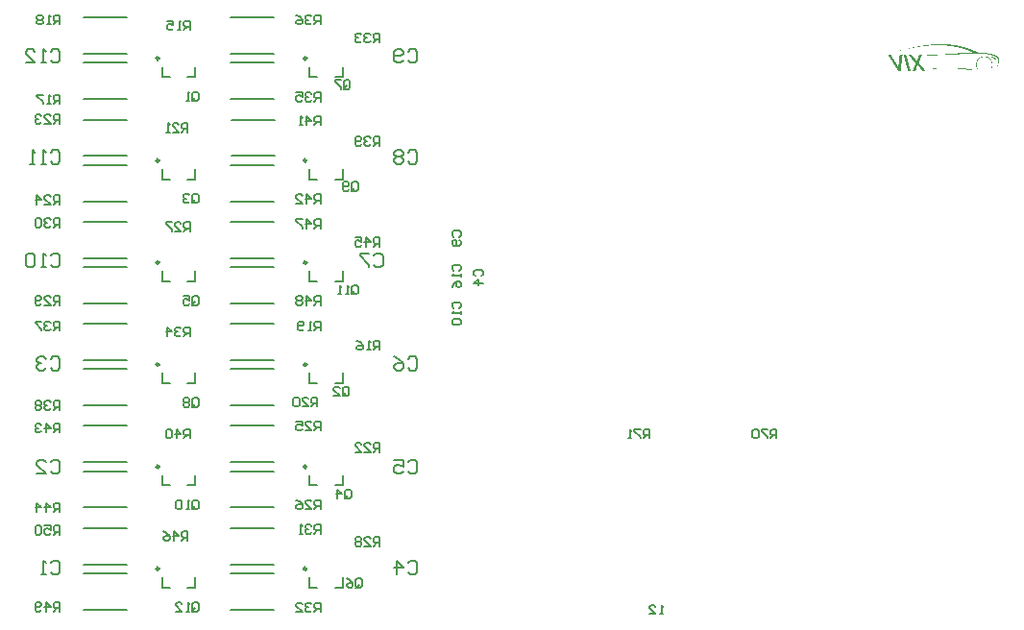
<source format=gbo>
G04*
G04 #@! TF.GenerationSoftware,Altium Limited,Altium Designer,19.0.10 (269)*
G04*
G04 Layer_Color=32896*
%FSLAX25Y25*%
%MOIN*%
G70*
G01*
G75*
%ADD10C,0.00984*%
%ADD12C,0.00394*%
%ADD14C,0.00787*%
%ADD16C,0.00591*%
G36*
X348692Y201767D02*
X349025D01*
Y201725D01*
X349772D01*
Y201684D01*
X350312D01*
Y201642D01*
X350768D01*
Y201601D01*
X350851D01*
Y201559D01*
X351267D01*
Y201518D01*
X351599D01*
Y201476D01*
X351806D01*
Y201435D01*
X351848D01*
Y201476D01*
X351889D01*
Y201435D01*
X352014D01*
Y201393D01*
X352305D01*
Y201352D01*
X352595D01*
Y201310D01*
X352678D01*
Y201269D01*
X352927D01*
Y201227D01*
X353176D01*
Y201185D01*
X353384D01*
Y201144D01*
X353467D01*
Y201102D01*
X353675D01*
Y201061D01*
X353924D01*
Y201019D01*
X354090D01*
Y200978D01*
X354173D01*
Y200936D01*
X354380D01*
Y200895D01*
X354588D01*
Y200853D01*
X354630D01*
Y200812D01*
X354796D01*
Y200770D01*
X355003D01*
Y200729D01*
X355169D01*
Y200687D01*
X355211D01*
Y200646D01*
X355377D01*
Y200604D01*
X355585D01*
Y200563D01*
X355751D01*
Y200521D01*
X355792D01*
Y200480D01*
X355958D01*
Y200438D01*
X356124D01*
Y200397D01*
X356207D01*
Y200355D01*
X356332D01*
Y200314D01*
X356498D01*
Y200272D01*
X356623D01*
Y200231D01*
X356664D01*
Y200189D01*
X356830D01*
Y200148D01*
X356996D01*
Y200106D01*
X357121D01*
Y200064D01*
X357162D01*
Y200023D01*
X357328D01*
Y199981D01*
X357453D01*
Y199940D01*
X357577D01*
Y199898D01*
X357619D01*
Y199857D01*
X357785D01*
Y199815D01*
X357910D01*
Y199774D01*
X357951D01*
Y199732D01*
X358076D01*
Y199691D01*
X358242D01*
Y199649D01*
X358366D01*
Y199608D01*
X358408D01*
Y199566D01*
X358533D01*
Y199525D01*
X358657D01*
Y199483D01*
X358782D01*
Y199442D01*
X358823D01*
Y199400D01*
X358948D01*
Y199359D01*
X359072D01*
Y199317D01*
X359114D01*
Y199276D01*
X359238D01*
Y199234D01*
X359404D01*
Y199193D01*
X359487D01*
Y199151D01*
X359529D01*
Y199109D01*
X359653D01*
Y199068D01*
X359778D01*
Y199027D01*
X359903D01*
Y198985D01*
X359944D01*
Y198943D01*
X360069D01*
Y198902D01*
X360608D01*
Y198860D01*
X361024D01*
Y198819D01*
X361688D01*
Y198777D01*
X362228D01*
Y198736D01*
X362643D01*
Y198694D01*
X362726D01*
Y198653D01*
X363100D01*
Y198611D01*
X363390D01*
Y198570D01*
X363556D01*
Y198528D01*
X363598D01*
Y198570D01*
X363681D01*
Y198528D01*
X363722D01*
Y198487D01*
X364013D01*
Y198445D01*
X364221D01*
Y198404D01*
X364304D01*
Y198362D01*
X364470D01*
Y198321D01*
X364677D01*
Y198279D01*
X364885D01*
Y198238D01*
X364926D01*
Y198196D01*
X365092D01*
Y198155D01*
X365259D01*
Y198113D01*
X365425D01*
Y198072D01*
X365466D01*
Y198030D01*
X365632D01*
Y197988D01*
X365757D01*
Y197947D01*
X365881D01*
Y197906D01*
X365964D01*
Y197864D01*
X366089D01*
Y197822D01*
X366213D01*
Y197781D01*
X366255D01*
Y197739D01*
X366380D01*
Y197698D01*
X366504D01*
Y197656D01*
X366629D01*
Y197615D01*
X366670D01*
Y197573D01*
X366753D01*
Y197532D01*
X366836D01*
Y197490D01*
X366919D01*
Y197449D01*
X366961D01*
Y197407D01*
X367002D01*
Y197366D01*
X367086D01*
Y197324D01*
X367127D01*
Y197283D01*
X367168D01*
Y197241D01*
X367210D01*
Y197200D01*
X367251D01*
Y197158D01*
X367293D01*
Y197117D01*
Y197075D01*
X367335D01*
Y197034D01*
X367376D01*
Y196992D01*
Y196950D01*
Y196909D01*
X367418D01*
Y196868D01*
Y196826D01*
X367459D01*
Y196784D01*
X367501D01*
Y196743D01*
Y196701D01*
Y196660D01*
Y196618D01*
Y196577D01*
Y196535D01*
Y196494D01*
Y196452D01*
Y196411D01*
Y196369D01*
Y196328D01*
Y196286D01*
Y196245D01*
Y196203D01*
Y196162D01*
Y196120D01*
Y196079D01*
Y196037D01*
Y195996D01*
Y195954D01*
Y195913D01*
Y195871D01*
X367459D01*
Y195829D01*
X367418D01*
Y195788D01*
Y195747D01*
Y195705D01*
Y195663D01*
Y195622D01*
X367376D01*
Y195580D01*
Y195539D01*
Y195497D01*
Y195456D01*
X367335D01*
Y195414D01*
Y195373D01*
Y195331D01*
Y195290D01*
X367293D01*
Y195248D01*
X367251D01*
Y195207D01*
Y195165D01*
Y195124D01*
X367210D01*
Y195082D01*
Y195041D01*
Y194999D01*
Y194958D01*
X367168D01*
Y194916D01*
Y194875D01*
Y194833D01*
X367127D01*
Y194791D01*
X367086D01*
Y194750D01*
Y194709D01*
Y194667D01*
X367044D01*
Y194625D01*
Y194584D01*
Y194542D01*
X367002D01*
Y194501D01*
Y194459D01*
Y194418D01*
X366919D01*
Y194376D01*
Y194335D01*
Y194293D01*
Y194252D01*
X366878D01*
Y194210D01*
Y194169D01*
Y194127D01*
X366836D01*
Y194086D01*
X366795D01*
Y194044D01*
Y194003D01*
X366753D01*
Y193961D01*
Y193920D01*
Y193878D01*
X366712D01*
Y193920D01*
Y193961D01*
Y194003D01*
Y194044D01*
X366753D01*
Y194086D01*
Y194127D01*
Y194169D01*
Y194210D01*
X366795D01*
Y194252D01*
X366836D01*
Y194293D01*
Y194335D01*
Y194376D01*
Y194418D01*
X366878D01*
Y194459D01*
Y194501D01*
Y194542D01*
Y194584D01*
X366919D01*
Y194625D01*
Y194667D01*
Y194709D01*
Y194750D01*
Y194791D01*
X366961D01*
Y194833D01*
X367002D01*
Y194875D01*
Y194916D01*
Y194958D01*
Y194999D01*
Y195041D01*
Y195082D01*
X367044D01*
Y195124D01*
Y195165D01*
Y195207D01*
Y195248D01*
Y195290D01*
Y195331D01*
X367086D01*
Y195373D01*
Y195414D01*
Y195456D01*
Y195497D01*
Y195539D01*
Y195580D01*
X367127D01*
Y195622D01*
Y195663D01*
Y195705D01*
Y195747D01*
Y195788D01*
Y195829D01*
Y195871D01*
Y195913D01*
Y195954D01*
Y195996D01*
Y196037D01*
Y196079D01*
X367086D01*
Y196120D01*
Y196162D01*
Y196203D01*
Y196245D01*
X367044D01*
Y196286D01*
Y196328D01*
Y196369D01*
Y196411D01*
Y196452D01*
X367002D01*
Y196494D01*
Y196535D01*
Y196577D01*
X366919D01*
Y196618D01*
Y196660D01*
Y196701D01*
X366878D01*
Y196743D01*
X366836D01*
Y196784D01*
X366795D01*
Y196826D01*
Y196868D01*
X366753D01*
Y196909D01*
X366712D01*
Y196950D01*
X366629D01*
Y196992D01*
Y197034D01*
X366546D01*
Y197075D01*
X366504D01*
Y197117D01*
X366463D01*
Y197158D01*
X366380D01*
Y197200D01*
X366297D01*
Y197241D01*
X366213D01*
Y197283D01*
X366172D01*
Y197324D01*
X366089D01*
Y197366D01*
X366006D01*
Y197407D01*
X365881D01*
Y197449D01*
X365840D01*
Y197490D01*
X365715D01*
Y197532D01*
X365591D01*
Y197573D01*
X365549D01*
Y197615D01*
X365425D01*
Y197656D01*
X365300D01*
Y197698D01*
X365176D01*
Y197739D01*
X365134D01*
Y197781D01*
X364968D01*
Y197822D01*
X364802D01*
Y197864D01*
X364677D01*
Y197906D01*
X364636D01*
Y197947D01*
X364470D01*
Y197988D01*
X364262D01*
Y198030D01*
X364221D01*
Y198072D01*
X364054D01*
Y198113D01*
X363805D01*
Y198155D01*
X363598D01*
Y198196D01*
X363556D01*
Y198238D01*
X363307D01*
Y198279D01*
X362975D01*
Y198321D01*
X362643D01*
Y198362D01*
X362560D01*
Y198404D01*
X362062D01*
Y198445D01*
X361397D01*
Y198487D01*
X360816D01*
Y198528D01*
X358533D01*
Y198487D01*
X357702D01*
Y198445D01*
X356581D01*
Y198404D01*
X355585D01*
Y198362D01*
X355335D01*
Y198321D01*
X355086D01*
Y198362D01*
X354962D01*
Y198321D01*
X354380D01*
Y198279D01*
X353592D01*
Y198238D01*
X352637D01*
Y198196D01*
X352388D01*
Y198155D01*
X352097D01*
Y198196D01*
X352055D01*
Y198155D01*
X351516D01*
Y198113D01*
X350519D01*
Y198072D01*
X349647D01*
Y198030D01*
X349066D01*
Y197988D01*
X347820D01*
Y197947D01*
X345911D01*
Y197906D01*
X344914D01*
Y197864D01*
X343129D01*
Y197906D01*
X342215D01*
Y197947D01*
X343544D01*
Y197988D01*
X344665D01*
Y198030D01*
X344707D01*
Y197988D01*
X344790D01*
Y198030D01*
X345828D01*
Y198072D01*
X346118D01*
Y198113D01*
X346367D01*
Y198072D01*
X346450D01*
Y198113D01*
X346990D01*
Y198155D01*
X347779D01*
Y198196D01*
X348568D01*
Y198238D01*
X348775D01*
Y198279D01*
X349440D01*
Y198321D01*
X350146D01*
Y198362D01*
X350727D01*
Y198404D01*
X351017D01*
Y198445D01*
X351682D01*
Y198487D01*
X352346D01*
Y198528D01*
X352554D01*
Y198570D01*
X352720D01*
Y198528D01*
X352803D01*
Y198570D01*
X353176D01*
Y198611D01*
X353841D01*
Y198653D01*
X354547D01*
Y198694D01*
X354754D01*
Y198736D01*
X355460D01*
Y198777D01*
X356290D01*
Y198819D01*
X357204D01*
Y198860D01*
X357785D01*
Y198902D01*
X357951D01*
Y198943D01*
Y198985D01*
Y199027D01*
X357785D01*
Y199068D01*
X357661D01*
Y199109D01*
X357619D01*
Y199151D01*
X357536D01*
Y199193D01*
X357411D01*
Y199234D01*
X357287D01*
Y199276D01*
X357245D01*
Y199317D01*
X357121D01*
Y199359D01*
X356996D01*
Y199400D01*
X356913D01*
Y199442D01*
X356830D01*
Y199483D01*
X356706D01*
Y199525D01*
X356581D01*
Y199566D01*
X356540D01*
Y199608D01*
X356415D01*
Y199649D01*
X356290D01*
Y199691D01*
X356166D01*
Y199732D01*
X356124D01*
Y199774D01*
X355958D01*
Y199815D01*
X355834D01*
Y199857D01*
X355709D01*
Y199898D01*
X355626D01*
Y199940D01*
X355502D01*
Y199981D01*
X355335D01*
Y200023D01*
X355294D01*
Y200064D01*
X355128D01*
Y200106D01*
X354962D01*
Y200148D01*
X354837D01*
Y200189D01*
X354754D01*
Y200231D01*
X354588D01*
Y200272D01*
X354422D01*
Y200314D01*
X354256D01*
Y200355D01*
X354214D01*
Y200397D01*
X354007D01*
Y200438D01*
X353841D01*
Y200480D01*
X353758D01*
Y200521D01*
X353592D01*
Y200563D01*
X353384D01*
Y200604D01*
X353135D01*
Y200646D01*
X353093D01*
Y200687D01*
X352886D01*
Y200729D01*
X352637D01*
Y200770D01*
X352429D01*
Y200812D01*
X352346D01*
Y200853D01*
X352055D01*
Y200895D01*
X351806D01*
Y200936D01*
X351682D01*
Y200978D01*
X351433D01*
Y201019D01*
X351142D01*
Y201061D01*
X350768D01*
Y201102D01*
X350685D01*
Y201144D01*
X350312D01*
Y201185D01*
X349855D01*
Y201227D01*
X349398D01*
Y201269D01*
X349232D01*
Y201310D01*
X348609D01*
Y201352D01*
X347779D01*
Y201393D01*
X344707D01*
Y201352D01*
X343793D01*
Y201310D01*
X343087D01*
Y201269D01*
X342921D01*
Y201227D01*
X342381D01*
Y201185D01*
X341925D01*
Y201144D01*
X341468D01*
Y201102D01*
X341343D01*
Y201061D01*
X340970D01*
Y201019D01*
X340554D01*
Y200978D01*
X340264D01*
Y200936D01*
X340098D01*
Y200895D01*
X339766D01*
Y200853D01*
X339434D01*
Y200812D01*
X339351D01*
Y200770D01*
X339018D01*
Y200729D01*
X338728D01*
Y200687D01*
X338437D01*
Y200646D01*
X338354D01*
Y200604D01*
X338063D01*
Y200563D01*
X337814D01*
Y200521D01*
X337565D01*
Y200480D01*
X337482D01*
Y200438D01*
X337192D01*
Y200397D01*
X336901D01*
Y200355D01*
X336859D01*
Y200314D01*
X336776D01*
Y200355D01*
X336735D01*
Y200314D01*
X336610D01*
Y200272D01*
X336361D01*
Y200231D01*
X336112D01*
Y200189D01*
X336029D01*
Y200148D01*
X335821D01*
Y200106D01*
X335572D01*
Y200064D01*
X335365D01*
Y200023D01*
X335282D01*
Y199981D01*
X335032D01*
Y199940D01*
X334825D01*
Y199898D01*
X334742D01*
Y199857D01*
X334659D01*
Y199898D01*
X334617D01*
Y199857D01*
X334534D01*
Y199815D01*
X334285D01*
Y199774D01*
X334078D01*
Y199732D01*
X333995D01*
Y199691D01*
X333787D01*
Y199649D01*
X333579D01*
Y199608D01*
X333413D01*
Y199566D01*
X333289D01*
Y199525D01*
X333081D01*
Y199483D01*
X332873D01*
Y199442D01*
X332790D01*
Y199400D01*
X332624D01*
Y199359D01*
X332375D01*
Y199317D01*
X332209D01*
Y199276D01*
X332126D01*
Y199234D01*
X331919D01*
Y199193D01*
X331711D01*
Y199151D01*
X331545D01*
Y199109D01*
X331420D01*
Y199068D01*
X331213D01*
Y199109D01*
X331379D01*
Y199151D01*
X331462D01*
Y199193D01*
X331669D01*
Y199234D01*
X331877D01*
Y199276D01*
X332043D01*
Y199317D01*
X332126D01*
Y199359D01*
X332292D01*
Y199400D01*
X332500D01*
Y199442D01*
X332583D01*
Y199483D01*
X332749D01*
Y199525D01*
X332957D01*
Y199566D01*
X333164D01*
Y199608D01*
X333247D01*
Y199649D01*
X333455D01*
Y199691D01*
X333662D01*
Y199732D01*
X333828D01*
Y199774D01*
X333911D01*
Y199815D01*
X334119D01*
Y199857D01*
X334327D01*
Y199898D01*
X334534D01*
Y199940D01*
X334617D01*
Y199981D01*
X334825D01*
Y200023D01*
X335074D01*
Y200064D01*
X335116D01*
Y200106D01*
X335323D01*
Y200148D01*
X335572D01*
Y200189D01*
X335780D01*
Y200231D01*
X335863D01*
Y200272D01*
X336070D01*
Y200314D01*
X336319D01*
Y200355D01*
X336444D01*
Y200397D01*
X336569D01*
Y200438D01*
X336818D01*
Y200480D01*
X337067D01*
Y200521D01*
X337150D01*
Y200563D01*
X337357D01*
Y200604D01*
X337607D01*
Y200646D01*
X337856D01*
Y200687D01*
X337939D01*
Y200729D01*
X338188D01*
Y200770D01*
X338437D01*
Y200812D01*
X338686D01*
Y200853D01*
X338769D01*
Y200895D01*
X339060D01*
Y200936D01*
X339351D01*
Y200978D01*
X339434D01*
Y201019D01*
X339683D01*
Y201061D01*
X339973D01*
Y201102D01*
X340305D01*
Y201144D01*
X340347D01*
Y201185D01*
X340679D01*
Y201227D01*
X341011D01*
Y201269D01*
X341302D01*
Y201310D01*
X341426D01*
Y201352D01*
X341759D01*
Y201393D01*
X342132D01*
Y201435D01*
X342257D01*
Y201476D01*
X342340D01*
Y201435D01*
X342423D01*
Y201476D01*
X342631D01*
Y201518D01*
X343046D01*
Y201559D01*
X343544D01*
Y201601D01*
X343669D01*
Y201642D01*
X344167D01*
Y201684D01*
X344831D01*
Y201725D01*
X345620D01*
Y201767D01*
X345952D01*
Y201808D01*
X348692D01*
Y201767D01*
D02*
G37*
G36*
X331213Y199027D02*
X331005D01*
Y199068D01*
X331213D01*
Y199027D01*
D02*
G37*
G36*
X331005Y198985D02*
X330922D01*
Y198943D01*
X330756D01*
Y198985D01*
X330839D01*
Y199027D01*
X331005D01*
Y198985D01*
D02*
G37*
G36*
X330756Y198902D02*
X330548D01*
Y198943D01*
X330756D01*
Y198902D01*
D02*
G37*
G36*
X330548Y198860D02*
X330382D01*
Y198902D01*
X330548D01*
Y198860D01*
D02*
G37*
G36*
X330299Y198819D02*
X330258D01*
Y198777D01*
X330133D01*
Y198819D01*
X330216D01*
Y198860D01*
X330299D01*
Y198819D01*
D02*
G37*
G36*
X362435Y197573D02*
X362809D01*
Y197532D01*
X363017D01*
Y197490D01*
X363183D01*
Y197449D01*
X363224D01*
Y197407D01*
X363390D01*
Y197366D01*
X363473D01*
Y197324D01*
X363515D01*
Y197283D01*
X363598D01*
Y197241D01*
X363722D01*
Y197200D01*
X363764D01*
Y197158D01*
X363805D01*
Y197117D01*
X363889D01*
Y197075D01*
X363971D01*
Y197034D01*
X364013D01*
Y196992D01*
X364054D01*
Y196950D01*
X364096D01*
Y196909D01*
X364138D01*
Y196868D01*
X364179D01*
Y196826D01*
X364221D01*
Y196784D01*
X364262D01*
Y196743D01*
X364304D01*
Y196701D01*
X364345D01*
Y196660D01*
X364387D01*
Y196618D01*
X364428D01*
Y196577D01*
X364470D01*
Y196535D01*
X364511D01*
Y196494D01*
Y196452D01*
X364553D01*
Y196411D01*
X364594D01*
Y196369D01*
Y196328D01*
X364636D01*
Y196286D01*
Y196245D01*
X364677D01*
Y196203D01*
X364719D01*
Y196162D01*
Y196120D01*
X364760D01*
Y196079D01*
Y196037D01*
Y195996D01*
X364843D01*
Y195954D01*
Y195913D01*
Y195871D01*
X364885D01*
Y195829D01*
Y195788D01*
Y195747D01*
X364926D01*
Y195705D01*
Y195663D01*
Y195622D01*
Y195580D01*
X364968D01*
Y195539D01*
X365009D01*
Y195497D01*
Y195456D01*
Y195414D01*
Y195373D01*
Y195331D01*
X365051D01*
Y195290D01*
Y195248D01*
Y195207D01*
Y195165D01*
Y195124D01*
Y195082D01*
Y195041D01*
Y194999D01*
Y194958D01*
X365092D01*
Y194916D01*
Y194875D01*
Y194833D01*
Y194791D01*
Y194750D01*
Y194709D01*
Y194667D01*
Y194625D01*
Y194584D01*
Y194542D01*
Y194501D01*
X365051D01*
Y194459D01*
Y194418D01*
Y194376D01*
Y194335D01*
Y194293D01*
Y194252D01*
Y194210D01*
Y194169D01*
Y194127D01*
X365009D01*
Y194086D01*
Y194044D01*
Y194003D01*
Y193961D01*
Y193920D01*
X364968D01*
Y193878D01*
X364926D01*
Y193837D01*
Y193795D01*
Y193754D01*
Y193712D01*
X364885D01*
Y193670D01*
Y193629D01*
Y193587D01*
X364843D01*
Y193546D01*
Y193504D01*
X364802D01*
Y193463D01*
Y193421D01*
X364760D01*
Y193380D01*
Y193338D01*
X364719D01*
Y193297D01*
Y193255D01*
X364677D01*
Y193214D01*
Y193172D01*
X364636D01*
Y193131D01*
X364594D01*
Y193089D01*
Y193048D01*
X364553D01*
Y193006D01*
Y192965D01*
X364511D01*
Y192923D01*
X364428D01*
Y192965D01*
Y193006D01*
X364470D01*
Y193048D01*
Y193089D01*
X364511D01*
Y193131D01*
X364553D01*
Y193172D01*
Y193214D01*
X364594D01*
Y193255D01*
Y193297D01*
X364636D01*
Y193338D01*
X364677D01*
Y193380D01*
Y193421D01*
X364719D01*
Y193463D01*
Y193504D01*
Y193546D01*
Y193587D01*
X364760D01*
Y193629D01*
Y193670D01*
Y193712D01*
X364802D01*
Y193754D01*
Y193795D01*
X364843D01*
Y193837D01*
Y193878D01*
Y193920D01*
Y193961D01*
X364885D01*
Y194003D01*
Y194044D01*
Y194086D01*
Y194127D01*
Y194169D01*
Y194210D01*
Y194252D01*
Y194293D01*
X364926D01*
Y194335D01*
Y194376D01*
Y194418D01*
Y194459D01*
Y194501D01*
Y194542D01*
Y194584D01*
Y194625D01*
Y194667D01*
Y194709D01*
Y194750D01*
Y194791D01*
Y194833D01*
Y194875D01*
Y194916D01*
Y194958D01*
X364885D01*
Y194999D01*
Y195041D01*
Y195082D01*
Y195124D01*
Y195165D01*
Y195207D01*
Y195248D01*
X364843D01*
Y195290D01*
Y195331D01*
Y195373D01*
Y195414D01*
Y195456D01*
X364802D01*
Y195497D01*
X364760D01*
Y195539D01*
Y195580D01*
Y195622D01*
Y195663D01*
X364719D01*
Y195705D01*
Y195747D01*
Y195788D01*
X364677D01*
Y195829D01*
Y195871D01*
X364594D01*
Y195913D01*
Y195954D01*
Y195996D01*
X364553D01*
Y196037D01*
Y196079D01*
X364511D01*
Y196120D01*
X364470D01*
Y196162D01*
X364428D01*
Y196203D01*
Y196245D01*
X364387D01*
Y196286D01*
X364345D01*
Y196328D01*
X364304D01*
Y196369D01*
Y196411D01*
X364262D01*
Y196452D01*
X364221D01*
Y196494D01*
X364179D01*
Y196535D01*
X364138D01*
Y196577D01*
X364096D01*
Y196618D01*
X364054D01*
Y196660D01*
X364013D01*
Y196701D01*
X363971D01*
Y196743D01*
X363889D01*
Y196784D01*
X363847D01*
Y196826D01*
X363805D01*
Y196868D01*
X363722D01*
Y196909D01*
X363681D01*
Y196950D01*
X363598D01*
Y196992D01*
X363556D01*
Y197034D01*
X363432D01*
Y197075D01*
X363349D01*
Y197117D01*
X363307D01*
Y197158D01*
X363183D01*
Y197200D01*
X363058D01*
Y197241D01*
X362850D01*
Y197283D01*
X362809D01*
Y197324D01*
X362477D01*
Y197366D01*
X362020D01*
Y197324D01*
X361688D01*
Y197283D01*
X361605D01*
Y197241D01*
X361439D01*
Y197200D01*
X361314D01*
Y197158D01*
X361190D01*
Y197117D01*
X361148D01*
Y197075D01*
X361024D01*
Y197034D01*
X360941D01*
Y196992D01*
X360899D01*
Y196950D01*
X360816D01*
Y196909D01*
X360733D01*
Y196868D01*
X360691D01*
Y196826D01*
X360650D01*
Y196784D01*
X360608D01*
Y196743D01*
X360525D01*
Y196701D01*
X360484D01*
Y196660D01*
X360442D01*
Y196618D01*
X360401D01*
Y196577D01*
X360359D01*
Y196535D01*
X360318D01*
Y196494D01*
X360276D01*
Y196452D01*
X360235D01*
Y196411D01*
X360193D01*
Y196369D01*
X360152D01*
Y196328D01*
X360110D01*
Y196286D01*
Y196245D01*
X360069D01*
Y196203D01*
X360027D01*
Y196162D01*
X359986D01*
Y196120D01*
Y196079D01*
X359944D01*
Y196037D01*
Y195996D01*
X359903D01*
Y195954D01*
X359861D01*
Y195913D01*
Y195871D01*
X359820D01*
Y195829D01*
Y195788D01*
X359778D01*
Y195747D01*
Y195705D01*
Y195663D01*
X359736D01*
Y195622D01*
X359695D01*
Y195580D01*
Y195539D01*
Y195497D01*
X359653D01*
Y195456D01*
Y195414D01*
Y195373D01*
Y195331D01*
Y195290D01*
X359612D01*
Y195248D01*
Y195207D01*
Y195165D01*
Y195124D01*
Y195082D01*
Y195041D01*
Y194999D01*
Y194958D01*
X359570D01*
Y194916D01*
Y194875D01*
X359529D01*
Y194833D01*
Y194791D01*
X359570D01*
Y194750D01*
X359529D01*
Y194709D01*
Y194667D01*
Y194625D01*
Y194584D01*
Y194542D01*
Y194501D01*
X359570D01*
Y194459D01*
X359529D01*
Y194418D01*
Y194376D01*
Y194335D01*
X359570D01*
Y194293D01*
X359612D01*
Y194252D01*
Y194210D01*
Y194169D01*
Y194127D01*
Y194086D01*
Y194044D01*
Y194003D01*
Y193961D01*
X359653D01*
Y193920D01*
Y193878D01*
Y193837D01*
Y193795D01*
Y193754D01*
X359695D01*
Y193712D01*
Y193670D01*
Y193629D01*
Y193587D01*
X359736D01*
Y193546D01*
X359778D01*
Y193504D01*
Y193463D01*
Y193421D01*
X359820D01*
Y193380D01*
Y193338D01*
X359861D01*
Y193297D01*
Y193255D01*
X359903D01*
Y193214D01*
X359944D01*
Y193172D01*
Y193131D01*
Y193089D01*
X359986D01*
Y193048D01*
X360027D01*
Y193006D01*
X360069D01*
Y192965D01*
Y192923D01*
X360110D01*
Y192882D01*
X360152D01*
Y192840D01*
X360193D01*
Y192799D01*
X360235D01*
Y192757D01*
X360276D01*
Y192716D01*
X360318D01*
Y192674D01*
X360359D01*
Y192632D01*
X360401D01*
Y192591D01*
X360442D01*
Y192550D01*
X360484D01*
Y192508D01*
X360525D01*
Y192466D01*
X360442D01*
Y192508D01*
X360401D01*
Y192550D01*
X360359D01*
Y192591D01*
X360318D01*
Y192632D01*
X360276D01*
Y192674D01*
X360235D01*
Y192716D01*
X360193D01*
Y192757D01*
X360152D01*
Y192799D01*
X360110D01*
Y192840D01*
X360069D01*
Y192882D01*
X360027D01*
Y192923D01*
X359986D01*
Y192965D01*
X359944D01*
Y193006D01*
Y193048D01*
X359903D01*
Y193089D01*
Y193131D01*
X359861D01*
Y193172D01*
X359820D01*
Y193214D01*
Y193255D01*
X359778D01*
Y193297D01*
Y193338D01*
X359736D01*
Y193380D01*
X359695D01*
Y193421D01*
Y193463D01*
X359653D01*
Y193504D01*
Y193546D01*
Y193587D01*
X359612D01*
Y193629D01*
Y193670D01*
Y193712D01*
X359570D01*
Y193754D01*
Y193795D01*
X359529D01*
Y193837D01*
Y193878D01*
Y193920D01*
X359487D01*
Y193961D01*
Y194003D01*
Y194044D01*
Y194086D01*
Y194127D01*
Y194169D01*
X359446D01*
Y194210D01*
Y194252D01*
Y194293D01*
Y194335D01*
Y194376D01*
Y194418D01*
Y194459D01*
Y194501D01*
Y194542D01*
Y194584D01*
Y194625D01*
Y194667D01*
Y194709D01*
X359404D01*
Y194750D01*
Y194791D01*
Y194833D01*
X359446D01*
Y194875D01*
Y194916D01*
Y194958D01*
Y194999D01*
Y195041D01*
Y195082D01*
Y195124D01*
Y195165D01*
Y195207D01*
Y195248D01*
Y195290D01*
Y195331D01*
X359487D01*
Y195373D01*
Y195414D01*
Y195456D01*
Y195497D01*
Y195539D01*
X359529D01*
Y195580D01*
Y195622D01*
Y195663D01*
Y195705D01*
X359570D01*
Y195747D01*
X359612D01*
Y195788D01*
Y195829D01*
Y195871D01*
X359653D01*
Y195913D01*
Y195954D01*
Y195996D01*
X359695D01*
Y196037D01*
Y196079D01*
X359736D01*
Y196120D01*
X359778D01*
Y196162D01*
Y196203D01*
X359820D01*
Y196245D01*
Y196286D01*
X359861D01*
Y196328D01*
X359903D01*
Y196369D01*
Y196411D01*
X359944D01*
Y196452D01*
X359986D01*
Y196494D01*
Y196535D01*
X360027D01*
Y196577D01*
X360069D01*
Y196618D01*
X360110D01*
Y196660D01*
X360152D01*
Y196701D01*
Y196743D01*
X360235D01*
Y196784D01*
X360276D01*
Y196826D01*
X360318D01*
Y196868D01*
Y196909D01*
X360401D01*
Y196950D01*
X360442D01*
Y196992D01*
X360484D01*
Y197034D01*
X360567D01*
Y197075D01*
X360608D01*
Y197117D01*
X360691D01*
Y197158D01*
X360733D01*
Y197200D01*
X360774D01*
Y197241D01*
X360899D01*
Y197283D01*
X360982D01*
Y197324D01*
X361024D01*
Y197366D01*
X361148D01*
Y197407D01*
X361273D01*
Y197449D01*
X361314D01*
Y197490D01*
X361480D01*
Y197532D01*
X361688D01*
Y197573D01*
X362103D01*
Y197615D01*
X362145D01*
Y197573D01*
X362394D01*
Y197615D01*
X362435D01*
Y197573D01*
D02*
G37*
G36*
X364636Y197490D02*
X364802D01*
Y197449D01*
X364885D01*
Y197407D01*
X365051D01*
Y197366D01*
X365217D01*
Y197324D01*
X365259D01*
Y197283D01*
X365425D01*
Y197241D01*
X365549D01*
Y197200D01*
X365674D01*
Y197158D01*
Y197117D01*
X365798D01*
Y197075D01*
X365881D01*
Y197034D01*
X365964D01*
Y196992D01*
X366006D01*
Y196950D01*
X366089D01*
Y196909D01*
X366172D01*
Y196868D01*
X366213D01*
Y196826D01*
X366255D01*
Y196784D01*
X366297D01*
Y196743D01*
X366338D01*
Y196701D01*
X366380D01*
Y196660D01*
X366421D01*
Y196618D01*
Y196577D01*
X366380D01*
Y196535D01*
X366338D01*
Y196494D01*
X366255D01*
Y196452D01*
X365881D01*
Y196494D01*
X365757D01*
Y196535D01*
X365715D01*
Y196577D01*
X365632D01*
Y196618D01*
X365549D01*
Y196660D01*
Y196701D01*
X365508D01*
Y196743D01*
X365425D01*
Y196784D01*
X365383D01*
Y196826D01*
Y196868D01*
X365342D01*
Y196909D01*
X365259D01*
Y196950D01*
X365217D01*
Y196992D01*
X365176D01*
Y197034D01*
X365134D01*
Y197075D01*
X365051D01*
Y197117D01*
X365009D01*
Y197158D01*
X364968D01*
Y197200D01*
X364926D01*
Y197241D01*
X364843D01*
Y197283D01*
X364802D01*
Y197324D01*
X364760D01*
Y197366D01*
X364677D01*
Y197407D01*
X364594D01*
Y197449D01*
X364553D01*
Y197490D01*
X364470D01*
Y197532D01*
X364636D01*
Y197490D01*
D02*
G37*
G36*
X340554Y197947D02*
Y197906D01*
Y197864D01*
X340513D01*
Y197822D01*
Y197781D01*
X340472D01*
Y197739D01*
Y197698D01*
Y197656D01*
X340430D01*
Y197615D01*
Y197573D01*
X340388D01*
Y197532D01*
Y197490D01*
Y197449D01*
X340347D01*
Y197407D01*
Y197366D01*
Y197324D01*
X340305D01*
Y197283D01*
X340264D01*
Y197241D01*
Y197200D01*
Y197158D01*
X340222D01*
Y197117D01*
Y197075D01*
Y197034D01*
X340181D01*
Y196992D01*
Y196950D01*
Y196909D01*
X340139D01*
Y196868D01*
Y196826D01*
X340098D01*
Y196784D01*
Y196743D01*
Y196701D01*
X340056D01*
Y196660D01*
Y196618D01*
Y196577D01*
X340015D01*
Y196535D01*
Y196494D01*
Y196452D01*
X339973D01*
Y196411D01*
X339932D01*
Y196369D01*
Y196328D01*
Y196286D01*
X339890D01*
Y196245D01*
Y196203D01*
Y196162D01*
Y196120D01*
X339849D01*
Y196079D01*
X339807D01*
Y196037D01*
Y195996D01*
Y195954D01*
X339766D01*
Y195913D01*
Y195871D01*
Y195829D01*
X339724D01*
Y195788D01*
Y195747D01*
Y195705D01*
X339683D01*
Y195663D01*
X339641D01*
Y195622D01*
Y195580D01*
Y195539D01*
X339600D01*
Y195497D01*
Y195456D01*
Y195414D01*
Y195373D01*
X339558D01*
Y195331D01*
Y195290D01*
Y195248D01*
Y195207D01*
Y195165D01*
X339600D01*
Y195124D01*
X339641D01*
Y195082D01*
X339683D01*
Y195041D01*
X339724D01*
Y194999D01*
Y194958D01*
X339766D01*
Y194916D01*
X339807D01*
Y194875D01*
X339849D01*
Y194833D01*
X339890D01*
Y194791D01*
X339932D01*
Y194750D01*
X339973D01*
Y194709D01*
X340015D01*
Y194667D01*
Y194625D01*
X340056D01*
Y194584D01*
X340098D01*
Y194542D01*
X340139D01*
Y194501D01*
X340181D01*
Y194459D01*
X340222D01*
Y194418D01*
X340264D01*
Y194376D01*
X340305D01*
Y194335D01*
Y194293D01*
X340388D01*
Y194252D01*
Y194210D01*
X340430D01*
Y194169D01*
X340472D01*
Y194127D01*
X340513D01*
Y194086D01*
Y194044D01*
X340596D01*
Y194003D01*
X340638D01*
Y193961D01*
Y193920D01*
X340679D01*
Y193878D01*
X340721D01*
Y193837D01*
X340762D01*
Y193795D01*
X340804D01*
Y193754D01*
Y193712D01*
X340887D01*
Y193670D01*
Y193629D01*
X340928D01*
Y193587D01*
X340970D01*
Y193546D01*
X341011D01*
Y193504D01*
X341053D01*
Y193463D01*
X341094D01*
Y193421D01*
X341136D01*
Y193380D01*
X341177D01*
Y193338D01*
Y193297D01*
X341219D01*
Y193255D01*
X341260D01*
Y193214D01*
X341302D01*
Y193172D01*
Y193131D01*
X341385D01*
Y193089D01*
X341426D01*
Y193048D01*
X341468D01*
Y193006D01*
Y192965D01*
X341510D01*
Y192923D01*
X341551D01*
Y192882D01*
X341593D01*
Y192840D01*
Y192799D01*
X341676D01*
Y192757D01*
X341717D01*
Y192716D01*
Y192674D01*
X341759D01*
Y192632D01*
X341800D01*
Y192591D01*
X341842D01*
Y192550D01*
X341883D01*
Y192508D01*
X341925D01*
Y192466D01*
X341966D01*
Y192425D01*
Y192383D01*
X342008D01*
Y192342D01*
X342091D01*
Y192300D01*
X340970D01*
Y192342D01*
X340928D01*
Y192383D01*
Y192425D01*
X340887D01*
Y192466D01*
X340845D01*
Y192508D01*
X340804D01*
Y192550D01*
X340762D01*
Y192591D01*
X340721D01*
Y192632D01*
X340679D01*
Y192674D01*
Y192716D01*
X340638D01*
Y192757D01*
X340596D01*
Y192799D01*
X340554D01*
Y192840D01*
X340513D01*
Y192882D01*
Y192923D01*
X340430D01*
Y192965D01*
Y193006D01*
X340388D01*
Y193048D01*
X340347D01*
Y193089D01*
X340305D01*
Y193131D01*
X340264D01*
Y193172D01*
Y193214D01*
X340222D01*
Y193255D01*
X340181D01*
Y193297D01*
X340139D01*
Y193338D01*
X340098D01*
Y193380D01*
X340056D01*
Y193421D01*
X340015D01*
Y193463D01*
Y193504D01*
X339973D01*
Y193546D01*
X339932D01*
Y193587D01*
X339890D01*
Y193629D01*
Y193670D01*
X339807D01*
Y193712D01*
X339766D01*
Y193754D01*
Y193795D01*
X339724D01*
Y193837D01*
X339683D01*
Y193878D01*
X339641D01*
Y193920D01*
Y193961D01*
X339600D01*
Y194003D01*
X339558D01*
Y194044D01*
X339475D01*
Y194086D01*
Y194127D01*
X339434D01*
Y194169D01*
X339392D01*
Y194210D01*
X339351D01*
Y194252D01*
X339309D01*
Y194293D01*
Y194335D01*
X339267D01*
Y194376D01*
X339226D01*
Y194418D01*
X339184D01*
Y194459D01*
X339018D01*
Y194418D01*
Y194376D01*
Y194335D01*
Y194293D01*
X338977D01*
Y194252D01*
Y194210D01*
Y194169D01*
Y194127D01*
X338935D01*
Y194086D01*
Y194044D01*
Y194003D01*
X338894D01*
Y193961D01*
X338852D01*
Y193920D01*
Y193878D01*
Y193837D01*
X338811D01*
Y193795D01*
Y193754D01*
Y193712D01*
Y193670D01*
X338769D01*
Y193629D01*
X338728D01*
Y193587D01*
Y193546D01*
Y193504D01*
X338686D01*
Y193463D01*
Y193421D01*
Y193380D01*
X338645D01*
Y193338D01*
Y193297D01*
Y193255D01*
X338603D01*
Y193214D01*
X338562D01*
Y193172D01*
Y193131D01*
Y193089D01*
Y193048D01*
X338520D01*
Y193006D01*
Y192965D01*
Y192923D01*
X338479D01*
Y192882D01*
Y192840D01*
Y192799D01*
Y192757D01*
X338396D01*
Y192716D01*
Y192674D01*
Y192632D01*
Y192591D01*
X338354D01*
Y192550D01*
Y192508D01*
Y192466D01*
X338313D01*
Y192425D01*
Y192383D01*
Y192342D01*
Y192300D01*
X337275D01*
Y192342D01*
X337316D01*
Y192383D01*
Y192425D01*
Y192466D01*
X337399D01*
Y192508D01*
Y192550D01*
Y192591D01*
Y192632D01*
X337441D01*
Y192674D01*
Y192716D01*
Y192757D01*
X337482D01*
Y192799D01*
Y192840D01*
X337524D01*
Y192882D01*
Y192923D01*
X337565D01*
Y192965D01*
Y193006D01*
Y193048D01*
Y193089D01*
X337607D01*
Y193131D01*
Y193172D01*
Y193214D01*
X337648D01*
Y193255D01*
X337690D01*
Y193297D01*
Y193338D01*
Y193380D01*
X337731D01*
Y193421D01*
Y193463D01*
Y193504D01*
X337773D01*
Y193546D01*
Y193587D01*
Y193629D01*
X337814D01*
Y193670D01*
X337856D01*
Y193712D01*
Y193754D01*
Y193795D01*
Y193837D01*
X337897D01*
Y193878D01*
Y193920D01*
Y193961D01*
X337939D01*
Y194003D01*
Y194044D01*
Y194086D01*
X337980D01*
Y194127D01*
X338022D01*
Y194169D01*
Y194210D01*
Y194252D01*
X338063D01*
Y194293D01*
Y194335D01*
Y194376D01*
X338105D01*
Y194418D01*
X338146D01*
Y194459D01*
Y194501D01*
Y194542D01*
Y194584D01*
X338188D01*
Y194625D01*
Y194667D01*
Y194709D01*
X338229D01*
Y194750D01*
Y194791D01*
Y194833D01*
X338271D01*
Y194875D01*
X338313D01*
Y194916D01*
Y194958D01*
Y194999D01*
Y195041D01*
X338354D01*
Y195082D01*
Y195124D01*
X338396D01*
Y195165D01*
Y195207D01*
Y195248D01*
X338354D01*
Y195290D01*
X338313D01*
Y195331D01*
X338271D01*
Y195373D01*
X338229D01*
Y195414D01*
X338188D01*
Y195456D01*
X338146D01*
Y195497D01*
X338105D01*
Y195539D01*
X338063D01*
Y195580D01*
X338022D01*
Y195622D01*
Y195663D01*
X337980D01*
Y195705D01*
X337939D01*
Y195747D01*
X337897D01*
Y195788D01*
X337856D01*
Y195829D01*
X337814D01*
Y195871D01*
X337773D01*
Y195913D01*
Y195954D01*
X337731D01*
Y195996D01*
X337690D01*
Y196037D01*
X337648D01*
Y196079D01*
X337607D01*
Y196120D01*
X337565D01*
Y196162D01*
X337524D01*
Y196203D01*
X337482D01*
Y196245D01*
Y196286D01*
X337441D01*
Y196328D01*
X337399D01*
Y196369D01*
X337357D01*
Y196411D01*
X337316D01*
Y196452D01*
X337275D01*
Y196494D01*
X337233D01*
Y196535D01*
X337192D01*
Y196577D01*
X337150D01*
Y196618D01*
X337108D01*
Y196660D01*
Y196701D01*
X337067D01*
Y196743D01*
X337025D01*
Y196784D01*
X336984D01*
Y196826D01*
X336942D01*
Y196868D01*
X336901D01*
Y196909D01*
X336859D01*
Y196950D01*
X336818D01*
Y196992D01*
Y197034D01*
X336776D01*
Y197075D01*
X336735D01*
Y197117D01*
X336693D01*
Y197158D01*
X336652D01*
Y197200D01*
Y197241D01*
X336569D01*
Y197283D01*
Y197324D01*
X336527D01*
Y197366D01*
X336486D01*
Y197407D01*
X336444D01*
Y197449D01*
X336403D01*
Y197490D01*
X336361D01*
Y197532D01*
X336319D01*
Y197573D01*
X336278D01*
Y197615D01*
X336237D01*
Y197656D01*
Y197698D01*
X336195D01*
Y197739D01*
X336154D01*
Y197781D01*
X336112D01*
Y197822D01*
X336070D01*
Y197864D01*
X336029D01*
Y197906D01*
X335987D01*
Y197947D01*
X335946D01*
Y197988D01*
X337067D01*
Y197947D01*
Y197906D01*
X337108D01*
Y197864D01*
X337150D01*
Y197822D01*
X337192D01*
Y197781D01*
X337233D01*
Y197739D01*
Y197698D01*
X337275D01*
Y197656D01*
X337316D01*
Y197615D01*
X337357D01*
Y197573D01*
X337399D01*
Y197532D01*
X337441D01*
Y197490D01*
X337482D01*
Y197449D01*
Y197407D01*
X337565D01*
Y197366D01*
Y197324D01*
X337607D01*
Y197283D01*
X337648D01*
Y197241D01*
X337690D01*
Y197200D01*
X337731D01*
Y197158D01*
Y197117D01*
X337773D01*
Y197075D01*
X337814D01*
Y197034D01*
X337856D01*
Y196992D01*
X337897D01*
Y196950D01*
X337939D01*
Y196909D01*
Y196868D01*
X337980D01*
Y196826D01*
X338022D01*
Y196784D01*
X338063D01*
Y196743D01*
X338105D01*
Y196701D01*
X338146D01*
Y196660D01*
X338188D01*
Y196618D01*
Y196577D01*
X338229D01*
Y196535D01*
X338271D01*
Y196494D01*
X338313D01*
Y196452D01*
X338354D01*
Y196411D01*
X338396D01*
Y196369D01*
Y196328D01*
X338437D01*
Y196286D01*
X338479D01*
Y196245D01*
X338520D01*
Y196203D01*
X338562D01*
Y196162D01*
X338603D01*
Y196120D01*
X338645D01*
Y196079D01*
Y196037D01*
X338686D01*
Y195996D01*
X338769D01*
Y195954D01*
X338852D01*
Y195996D01*
Y196037D01*
Y196079D01*
Y196120D01*
X338894D01*
Y196162D01*
X338935D01*
Y196203D01*
Y196245D01*
Y196286D01*
X338977D01*
Y196328D01*
Y196369D01*
Y196411D01*
X339018D01*
Y196452D01*
Y196494D01*
Y196535D01*
X339060D01*
Y196577D01*
X339101D01*
Y196618D01*
Y196660D01*
Y196701D01*
Y196743D01*
X339143D01*
Y196784D01*
Y196826D01*
Y196868D01*
X339184D01*
Y196909D01*
X339226D01*
Y196950D01*
Y196992D01*
Y197034D01*
X339267D01*
Y197075D01*
Y197117D01*
Y197158D01*
X339309D01*
Y197200D01*
Y197241D01*
Y197283D01*
X339351D01*
Y197324D01*
X339392D01*
Y197366D01*
Y197407D01*
Y197449D01*
Y197490D01*
X339434D01*
Y197532D01*
Y197573D01*
X339475D01*
Y197615D01*
Y197656D01*
Y197698D01*
Y197739D01*
X339517D01*
Y197781D01*
X339558D01*
Y197822D01*
Y197864D01*
Y197906D01*
X339600D01*
Y197947D01*
Y197988D01*
X340554D01*
Y197947D01*
D02*
G37*
G36*
X333870D02*
Y197906D01*
Y197864D01*
Y197822D01*
Y197781D01*
Y197739D01*
Y197698D01*
Y197656D01*
X333828D01*
Y197615D01*
Y197573D01*
Y197532D01*
X333787D01*
Y197490D01*
Y197449D01*
Y197407D01*
Y197366D01*
Y197324D01*
Y197283D01*
Y197241D01*
Y197200D01*
Y197158D01*
X333745D01*
Y197117D01*
Y197075D01*
Y197034D01*
Y196992D01*
Y196950D01*
Y196909D01*
Y196868D01*
Y196826D01*
Y196784D01*
Y196743D01*
X333704D01*
Y196701D01*
Y196660D01*
Y196618D01*
Y196577D01*
Y196535D01*
Y196494D01*
Y196452D01*
Y196411D01*
Y196369D01*
Y196328D01*
Y196286D01*
X333662D01*
Y196245D01*
X333621D01*
Y196203D01*
X333662D01*
Y196162D01*
X333621D01*
Y196120D01*
Y196079D01*
Y196037D01*
Y195996D01*
Y195954D01*
Y195913D01*
Y195871D01*
Y195829D01*
X333579D01*
Y195788D01*
Y195747D01*
Y195705D01*
Y195663D01*
Y195622D01*
Y195580D01*
Y195539D01*
Y195497D01*
Y195456D01*
Y195414D01*
Y195373D01*
X333538D01*
Y195331D01*
Y195290D01*
Y195248D01*
Y195207D01*
Y195165D01*
Y195124D01*
X333496D01*
Y195082D01*
Y195041D01*
Y194999D01*
Y194958D01*
Y194916D01*
X333455D01*
Y194875D01*
Y194833D01*
Y194791D01*
Y194750D01*
Y194709D01*
Y194667D01*
Y194625D01*
Y194584D01*
Y194542D01*
Y194501D01*
Y194459D01*
X333413D01*
Y194418D01*
Y194376D01*
Y194335D01*
Y194293D01*
Y194252D01*
Y194210D01*
Y194169D01*
Y194127D01*
Y194086D01*
Y194044D01*
Y194003D01*
X333372D01*
Y193961D01*
Y193920D01*
Y193878D01*
X333330D01*
Y193837D01*
Y193795D01*
Y193754D01*
Y193712D01*
Y193670D01*
Y193629D01*
Y193587D01*
Y193546D01*
X333289D01*
Y193504D01*
Y193463D01*
Y193421D01*
Y193380D01*
Y193338D01*
Y193297D01*
Y193255D01*
Y193214D01*
Y193172D01*
Y193131D01*
Y193089D01*
X333247D01*
Y193048D01*
Y193006D01*
Y192965D01*
Y192923D01*
Y192882D01*
Y192840D01*
Y192799D01*
Y192757D01*
Y192716D01*
Y192674D01*
X333206D01*
Y192632D01*
Y192591D01*
X333164D01*
Y192550D01*
Y192508D01*
Y192466D01*
Y192425D01*
Y192383D01*
Y192342D01*
X333206D01*
Y192300D01*
X332458D01*
Y192342D01*
Y192383D01*
X332417D01*
Y192425D01*
X332375D01*
Y192466D01*
Y192508D01*
X332334D01*
Y192550D01*
Y192591D01*
X332292D01*
Y192632D01*
X332251D01*
Y192674D01*
X332209D01*
Y192716D01*
Y192757D01*
X332168D01*
Y192799D01*
Y192840D01*
X332126D01*
Y192882D01*
X332085D01*
Y192923D01*
Y192965D01*
X332043D01*
Y193006D01*
Y193048D01*
X332001D01*
Y193089D01*
X331960D01*
Y193131D01*
X331919D01*
Y193172D01*
Y193214D01*
X331877D01*
Y193255D01*
Y193297D01*
X331835D01*
Y193338D01*
X331794D01*
Y193380D01*
Y193421D01*
X331752D01*
Y193463D01*
Y193504D01*
X331711D01*
Y193546D01*
X331669D01*
Y193587D01*
Y193629D01*
X331628D01*
Y193670D01*
X331586D01*
Y193712D01*
Y193754D01*
X331545D01*
Y193795D01*
Y193837D01*
X331503D01*
Y193878D01*
X331462D01*
Y193920D01*
Y193961D01*
X331420D01*
Y194003D01*
Y194044D01*
X331379D01*
Y194086D01*
X331337D01*
Y194127D01*
X331296D01*
Y194169D01*
Y194210D01*
X331254D01*
Y194252D01*
Y194293D01*
X331213D01*
Y194335D01*
Y194376D01*
X331171D01*
Y194418D01*
X331130D01*
Y194459D01*
X331088D01*
Y194501D01*
Y194542D01*
Y194584D01*
X331005D01*
Y194625D01*
Y194667D01*
X330963D01*
Y194709D01*
Y194750D01*
X330922D01*
Y194791D01*
Y194833D01*
X330880D01*
Y194875D01*
X330839D01*
Y194916D01*
X330798D01*
Y194958D01*
Y194999D01*
Y195041D01*
X330756D01*
Y195082D01*
X330714D01*
Y195124D01*
X330673D01*
Y195165D01*
Y195207D01*
X330631D01*
Y195248D01*
Y195290D01*
X330590D01*
Y195331D01*
X330548D01*
Y195373D01*
X330507D01*
Y195414D01*
Y195456D01*
Y195497D01*
X330465D01*
Y195539D01*
X330424D01*
Y195580D01*
X330382D01*
Y195622D01*
Y195663D01*
X330341D01*
Y195705D01*
Y195747D01*
X330299D01*
Y195788D01*
X330258D01*
Y195829D01*
X330216D01*
Y195871D01*
Y195913D01*
Y195954D01*
X330175D01*
Y195996D01*
X330133D01*
Y196037D01*
Y196079D01*
X330092D01*
Y196120D01*
X330050D01*
Y196162D01*
Y196203D01*
X330009D01*
Y196245D01*
Y196286D01*
X329967D01*
Y196328D01*
X329926D01*
Y196369D01*
Y196411D01*
X329884D01*
Y196452D01*
X329842D01*
Y196494D01*
Y196535D01*
X329801D01*
Y196577D01*
X329760D01*
Y196618D01*
Y196660D01*
X329718D01*
Y196701D01*
Y196743D01*
X329676D01*
Y196784D01*
X329635D01*
Y196826D01*
Y196868D01*
X329593D01*
Y196909D01*
X329552D01*
Y196950D01*
Y196992D01*
Y197034D01*
X329469D01*
Y197075D01*
Y197117D01*
X329427D01*
Y197158D01*
Y197200D01*
X329386D01*
Y197241D01*
X329344D01*
Y197283D01*
Y197324D01*
X329303D01*
Y197366D01*
X329261D01*
Y197407D01*
Y197449D01*
Y197490D01*
X329220D01*
Y197532D01*
X329178D01*
Y197573D01*
X329137D01*
Y197615D01*
Y197656D01*
X329095D01*
Y197698D01*
Y197739D01*
X329054D01*
Y197781D01*
X329012D01*
Y197822D01*
X328971D01*
Y197864D01*
Y197906D01*
X328929D01*
Y197947D01*
Y197988D01*
X329884D01*
Y197947D01*
X329926D01*
Y197906D01*
Y197864D01*
X329967D01*
Y197822D01*
X330009D01*
Y197781D01*
Y197739D01*
X330050D01*
Y197698D01*
Y197656D01*
X330092D01*
Y197615D01*
X330133D01*
Y197573D01*
Y197532D01*
X330175D01*
Y197490D01*
X330216D01*
Y197449D01*
Y197407D01*
Y197366D01*
X330299D01*
Y197324D01*
Y197283D01*
X330341D01*
Y197241D01*
Y197200D01*
X330382D01*
Y197158D01*
Y197117D01*
X330424D01*
Y197075D01*
X330465D01*
Y197034D01*
Y196992D01*
X330507D01*
Y196950D01*
Y196909D01*
X330548D01*
Y196868D01*
X330590D01*
Y196826D01*
Y196784D01*
X330631D01*
Y196743D01*
X330673D01*
Y196701D01*
Y196660D01*
Y196618D01*
X330714D01*
Y196577D01*
X330756D01*
Y196535D01*
X330798D01*
Y196494D01*
Y196452D01*
X330839D01*
Y196411D01*
Y196369D01*
X330880D01*
Y196328D01*
X330922D01*
Y196286D01*
Y196245D01*
X330963D01*
Y196203D01*
Y196162D01*
X331005D01*
Y196120D01*
Y196079D01*
X331047D01*
Y196037D01*
X331088D01*
Y195996D01*
X331130D01*
Y195954D01*
Y195913D01*
X331171D01*
Y195871D01*
Y195829D01*
X331213D01*
Y195788D01*
X331254D01*
Y195747D01*
Y195705D01*
X331296D01*
Y195663D01*
Y195622D01*
X331337D01*
Y195580D01*
X331379D01*
Y195539D01*
Y195497D01*
X331420D01*
Y195456D01*
Y195414D01*
X331462D01*
Y195373D01*
Y195331D01*
X331503D01*
Y195290D01*
X331545D01*
Y195248D01*
X331586D01*
Y195207D01*
Y195165D01*
Y195124D01*
X331628D01*
Y195082D01*
X331669D01*
Y195041D01*
X331711D01*
Y194999D01*
Y194958D01*
X331752D01*
Y194916D01*
Y194875D01*
X331794D01*
Y194833D01*
X331835D01*
Y194791D01*
Y194750D01*
X331877D01*
Y194709D01*
Y194667D01*
X331919D01*
Y194625D01*
Y194584D01*
X332001D01*
Y194542D01*
Y194501D01*
Y194459D01*
X332043D01*
Y194418D01*
X332085D01*
Y194376D01*
Y194335D01*
X332126D01*
Y194293D01*
X332168D01*
Y194252D01*
Y194210D01*
X332209D01*
Y194169D01*
Y194127D01*
X332251D01*
Y194086D01*
Y194044D01*
X332292D01*
Y194003D01*
X332334D01*
Y193961D01*
X332375D01*
Y193920D01*
X332417D01*
Y193961D01*
X332458D01*
Y194003D01*
Y194044D01*
Y194086D01*
Y194127D01*
Y194169D01*
Y194210D01*
Y194252D01*
X332500D01*
Y194293D01*
Y194335D01*
Y194376D01*
Y194418D01*
Y194459D01*
Y194501D01*
Y194542D01*
Y194584D01*
Y194625D01*
Y194667D01*
X332541D01*
Y194709D01*
Y194750D01*
Y194791D01*
Y194833D01*
Y194875D01*
Y194916D01*
X332583D01*
Y194958D01*
Y194999D01*
Y195041D01*
Y195082D01*
Y195124D01*
Y195165D01*
Y195207D01*
X332624D01*
Y195248D01*
Y195290D01*
Y195331D01*
Y195373D01*
Y195414D01*
Y195456D01*
Y195497D01*
Y195539D01*
Y195580D01*
Y195622D01*
Y195663D01*
X332666D01*
Y195705D01*
Y195747D01*
Y195788D01*
Y195829D01*
Y195871D01*
Y195913D01*
Y195954D01*
Y195996D01*
Y196037D01*
Y196079D01*
Y196120D01*
Y196162D01*
X332707D01*
Y196203D01*
Y196245D01*
Y196286D01*
X332749D01*
Y196328D01*
Y196369D01*
Y196411D01*
Y196452D01*
Y196494D01*
Y196535D01*
Y196577D01*
Y196618D01*
Y196660D01*
Y196701D01*
X332790D01*
Y196743D01*
Y196784D01*
Y196826D01*
Y196868D01*
Y196909D01*
Y196950D01*
Y196992D01*
Y197034D01*
Y197075D01*
Y197117D01*
Y197158D01*
X332832D01*
Y197200D01*
Y197241D01*
Y197283D01*
Y197324D01*
Y197366D01*
Y197407D01*
Y197449D01*
Y197490D01*
Y197532D01*
Y197573D01*
Y197615D01*
X332873D01*
Y197656D01*
X332915D01*
Y197698D01*
Y197739D01*
Y197781D01*
Y197822D01*
Y197864D01*
Y197906D01*
Y197947D01*
Y197988D01*
X333870D01*
Y197947D01*
D02*
G37*
G36*
X366712Y193837D02*
Y193795D01*
X366670D01*
Y193754D01*
Y193712D01*
X366629D01*
Y193754D01*
Y193795D01*
Y193837D01*
X366670D01*
Y193878D01*
X366712D01*
Y193837D01*
D02*
G37*
G36*
X366629Y193670D02*
Y193629D01*
X366587D01*
Y193670D01*
Y193712D01*
X366629D01*
Y193670D01*
D02*
G37*
G36*
X366587Y193546D02*
Y193504D01*
X366546D01*
Y193546D01*
Y193587D01*
X366587D01*
Y193546D01*
D02*
G37*
G36*
X343835Y193172D02*
X343627D01*
Y193131D01*
X343419D01*
Y193172D01*
X343461D01*
Y193214D01*
X343835D01*
Y193172D01*
D02*
G37*
G36*
X352305Y193504D02*
X353176D01*
Y193463D01*
X353965D01*
Y193421D01*
X354713D01*
Y193380D01*
X355252D01*
Y193338D01*
X355418D01*
Y193297D01*
X355875D01*
Y193255D01*
X356332D01*
Y193214D01*
X356664D01*
Y193172D01*
X356789D01*
Y193131D01*
X357121D01*
Y193089D01*
X357453D01*
Y193048D01*
X357577D01*
Y193006D01*
X357785D01*
Y192965D01*
X358076D01*
Y192923D01*
X358325D01*
Y192882D01*
X358408D01*
Y192840D01*
X358657D01*
Y192799D01*
X358906D01*
Y192757D01*
X359114D01*
Y192716D01*
X358740D01*
Y192757D01*
X356913D01*
Y192799D01*
X356623D01*
Y192840D01*
X356581D01*
Y192882D01*
X356249D01*
Y192923D01*
X355958D01*
Y192965D01*
X355751D01*
Y193006D01*
X355709D01*
Y192965D01*
X355626D01*
Y193006D01*
X355543D01*
Y193048D01*
X355128D01*
Y193089D01*
X354754D01*
Y193131D01*
X354547D01*
Y193172D01*
X354131D01*
Y193214D01*
X353592D01*
Y193255D01*
X352886D01*
Y193297D01*
X352678D01*
Y193338D01*
X351267D01*
Y193380D01*
X348568D01*
Y193338D01*
X348277D01*
Y193380D01*
X348236D01*
Y193338D01*
X346118D01*
Y193297D01*
X345703D01*
Y193255D01*
X345288D01*
Y193297D01*
X345205D01*
Y193255D01*
X344623D01*
Y193214D01*
X343876D01*
Y193255D01*
X344374D01*
Y193297D01*
X344873D01*
Y193338D01*
X345122D01*
Y193380D01*
X345744D01*
Y193421D01*
X346824D01*
Y193463D01*
X348277D01*
Y193504D01*
X349440D01*
Y193546D01*
X352305D01*
Y193504D01*
D02*
G37*
G36*
X364428Y192882D02*
Y192840D01*
X364387D01*
Y192799D01*
X364345D01*
Y192757D01*
X364304D01*
Y192716D01*
X364262D01*
Y192674D01*
X364221D01*
Y192716D01*
Y192757D01*
X364262D01*
Y192799D01*
X364304D01*
Y192840D01*
X364345D01*
Y192882D01*
X364387D01*
Y192923D01*
X364428D01*
Y192882D01*
D02*
G37*
G36*
X364221Y192632D02*
X364179D01*
Y192674D01*
X364221D01*
Y192632D01*
D02*
G37*
G36*
X364179Y192591D02*
X364138D01*
Y192632D01*
X364179D01*
Y192591D01*
D02*
G37*
G36*
X364096Y192508D02*
X364054D01*
Y192550D01*
X364096D01*
Y192508D01*
D02*
G37*
G36*
X364054Y192466D02*
X363971D01*
Y192508D01*
X364054D01*
Y192466D01*
D02*
G37*
G36*
X363971Y192425D02*
X363930D01*
Y192466D01*
X363971D01*
Y192425D01*
D02*
G37*
G36*
X335157Y197947D02*
Y197906D01*
Y197864D01*
X335198D01*
Y197822D01*
X335240D01*
Y197781D01*
Y197739D01*
Y197698D01*
Y197656D01*
X335282D01*
Y197615D01*
Y197573D01*
Y197532D01*
Y197490D01*
Y197449D01*
X335323D01*
Y197407D01*
Y197366D01*
Y197324D01*
Y197283D01*
Y197241D01*
X335365D01*
Y197200D01*
X335406D01*
Y197158D01*
Y197117D01*
Y197075D01*
Y197034D01*
X335448D01*
Y196992D01*
Y196950D01*
Y196909D01*
Y196868D01*
Y196826D01*
Y196784D01*
X335489D01*
Y196743D01*
Y196701D01*
Y196660D01*
Y196618D01*
X335531D01*
Y196577D01*
X335572D01*
Y196535D01*
Y196494D01*
Y196452D01*
Y196411D01*
Y196369D01*
X335614D01*
Y196328D01*
Y196286D01*
Y196245D01*
Y196203D01*
Y196162D01*
X335655D01*
Y196120D01*
Y196079D01*
X335697D01*
Y196037D01*
Y195996D01*
Y195954D01*
X335738D01*
Y195913D01*
Y195871D01*
Y195829D01*
Y195788D01*
Y195747D01*
X335780D01*
Y195705D01*
Y195663D01*
Y195622D01*
Y195580D01*
Y195539D01*
X335821D01*
Y195497D01*
X335863D01*
Y195456D01*
Y195414D01*
Y195373D01*
Y195331D01*
Y195290D01*
X335904D01*
Y195248D01*
Y195207D01*
Y195165D01*
Y195124D01*
Y195082D01*
X335946D01*
Y195041D01*
Y194999D01*
Y194958D01*
Y194916D01*
X335987D01*
Y194875D01*
X336029D01*
Y194833D01*
Y194791D01*
Y194750D01*
Y194709D01*
Y194667D01*
X336070D01*
Y194625D01*
Y194584D01*
Y194542D01*
Y194501D01*
Y194459D01*
X336112D01*
Y194418D01*
Y194376D01*
Y194335D01*
Y194293D01*
X336154D01*
Y194252D01*
X336195D01*
Y194210D01*
Y194169D01*
Y194127D01*
Y194086D01*
Y194044D01*
X336237D01*
Y194003D01*
Y193961D01*
Y193920D01*
Y193878D01*
Y193837D01*
X336278D01*
Y193795D01*
X336319D01*
Y193754D01*
Y193712D01*
Y193670D01*
Y193629D01*
Y193587D01*
X336361D01*
Y193546D01*
Y193504D01*
Y193463D01*
Y193421D01*
X336403D01*
Y193380D01*
Y193338D01*
Y193297D01*
Y193255D01*
Y193214D01*
X336444D01*
Y193172D01*
X336486D01*
Y193131D01*
Y193089D01*
Y193048D01*
Y193006D01*
Y192965D01*
X336527D01*
Y192923D01*
Y192882D01*
Y192840D01*
Y192799D01*
X336569D01*
Y192757D01*
Y192716D01*
Y192674D01*
Y192632D01*
Y192591D01*
X336610D01*
Y192550D01*
X336652D01*
Y192508D01*
Y192466D01*
Y192425D01*
Y192383D01*
Y192342D01*
X336693D01*
Y192300D01*
X335780D01*
Y192342D01*
Y192383D01*
Y192425D01*
X335738D01*
Y192466D01*
Y192508D01*
Y192550D01*
Y192591D01*
Y192632D01*
X335697D01*
Y192674D01*
Y192716D01*
Y192757D01*
Y192799D01*
X335655D01*
Y192840D01*
Y192882D01*
X335614D01*
Y192923D01*
Y192965D01*
Y193006D01*
Y193048D01*
X335572D01*
Y193089D01*
Y193131D01*
Y193172D01*
Y193214D01*
Y193255D01*
X335531D01*
Y193297D01*
Y193338D01*
Y193380D01*
Y193421D01*
X335489D01*
Y193463D01*
Y193504D01*
X335448D01*
Y193546D01*
Y193587D01*
Y193629D01*
Y193670D01*
X335406D01*
Y193712D01*
Y193754D01*
Y193795D01*
Y193837D01*
Y193878D01*
X335365D01*
Y193920D01*
Y193961D01*
Y194003D01*
Y194044D01*
X335323D01*
Y194086D01*
Y194127D01*
X335282D01*
Y194169D01*
Y194210D01*
Y194252D01*
Y194293D01*
X335240D01*
Y194335D01*
Y194376D01*
Y194418D01*
Y194459D01*
Y194501D01*
X335198D01*
Y194542D01*
Y194584D01*
X335157D01*
Y194625D01*
Y194667D01*
Y194709D01*
Y194750D01*
X335116D01*
Y194791D01*
Y194833D01*
Y194875D01*
Y194916D01*
Y194958D01*
X335074D01*
Y194999D01*
Y195041D01*
Y195082D01*
Y195124D01*
X335032D01*
Y195165D01*
Y195207D01*
X334991D01*
Y195248D01*
Y195290D01*
Y195331D01*
Y195373D01*
X334949D01*
Y195414D01*
Y195456D01*
Y195497D01*
Y195539D01*
Y195580D01*
X334908D01*
Y195622D01*
Y195663D01*
Y195705D01*
Y195747D01*
X334866D01*
Y195788D01*
Y195829D01*
X334825D01*
Y195871D01*
Y195913D01*
Y195954D01*
Y195996D01*
X334783D01*
Y196037D01*
Y196079D01*
Y196120D01*
Y196162D01*
Y196203D01*
X334742D01*
Y196245D01*
Y196286D01*
X334700D01*
Y196328D01*
Y196369D01*
Y196411D01*
Y196452D01*
X334659D01*
Y196494D01*
Y196535D01*
Y196577D01*
Y196618D01*
X334617D01*
Y196660D01*
Y196701D01*
Y196743D01*
Y196784D01*
Y196826D01*
X334576D01*
Y196868D01*
Y196909D01*
X334534D01*
Y196950D01*
Y196992D01*
Y197034D01*
Y197075D01*
X334493D01*
Y197117D01*
Y197158D01*
Y197200D01*
Y197241D01*
X334451D01*
Y197283D01*
Y197324D01*
Y197366D01*
Y197407D01*
Y197449D01*
X334410D01*
Y197490D01*
Y197532D01*
X334368D01*
Y197573D01*
Y197615D01*
Y197656D01*
Y197698D01*
X334327D01*
Y197739D01*
Y197781D01*
Y197822D01*
Y197864D01*
Y197906D01*
X334285D01*
Y197947D01*
X334244D01*
Y197988D01*
X335157D01*
Y197947D01*
D02*
G37*
D10*
X75886Y19685D02*
G03*
X75886Y19685I-492J0D01*
G01*
Y55118D02*
G03*
X75886Y55118I-492J0D01*
G01*
Y90551D02*
G03*
X75886Y90551I-492J0D01*
G01*
Y125984D02*
G03*
X75886Y125984I-492J0D01*
G01*
Y161417D02*
G03*
X75886Y161417I-492J0D01*
G01*
Y196850D02*
G03*
X75886Y196850I-492J0D01*
G01*
X127067D02*
G03*
X127067Y196850I-492J0D01*
G01*
Y161417D02*
G03*
X127067Y161417I-492J0D01*
G01*
Y125984D02*
G03*
X127067Y125984I-492J0D01*
G01*
Y90551D02*
G03*
X127067Y90551I-492J0D01*
G01*
Y55118D02*
G03*
X127067Y55118I-492J0D01*
G01*
Y19685D02*
G03*
X127067Y19685I-492J0D01*
G01*
D12*
X259992Y62157D02*
G03*
X259992Y62157I-197J0D01*
G01*
X280070D02*
G03*
X280070Y62157I-197J0D01*
G01*
D14*
X100787Y182677D02*
X115748D01*
X100787Y195276D02*
X115748D01*
X100787Y159843D02*
X115748D01*
X100787Y147244D02*
X115748D01*
X100787Y18110D02*
X115748D01*
X100787Y5512D02*
X115748D01*
X100787Y33858D02*
X115748D01*
X100787Y21260D02*
X115748D01*
X100787Y53543D02*
X115748D01*
X100787Y40945D02*
X115748D01*
X100787Y69291D02*
X115748D01*
X100787Y56693D02*
X115748D01*
X100787Y104724D02*
X115748D01*
X100787Y92126D02*
X115748D01*
X100787Y88976D02*
X115748D01*
X100787Y76378D02*
X115748D01*
X100787Y124409D02*
X115748D01*
X100787Y111811D02*
X115748D01*
X100787Y140157D02*
X115748D01*
X100787Y127559D02*
X115748D01*
X101103Y162992D02*
X116064D01*
X101103Y175591D02*
X116064D01*
X100787Y198425D02*
X115748D01*
X100787Y211024D02*
X115748D01*
X49606Y198425D02*
X64567D01*
X49606Y211024D02*
X64567D01*
X49606Y182677D02*
X64567D01*
X49606Y195276D02*
X64567D01*
X49606Y162992D02*
X64567D01*
X49606Y175591D02*
X64567D01*
X49606Y147244D02*
X64567D01*
X49606Y159843D02*
X64567D01*
X49606Y127559D02*
X64567D01*
X49606Y140157D02*
X64567D01*
X49606Y111811D02*
X64567D01*
X49606Y124409D02*
X64567D01*
X49606Y92126D02*
X64567D01*
X49606Y104724D02*
X64567D01*
X49606Y76378D02*
X64567D01*
X49606Y88976D02*
X64567D01*
X49803Y56693D02*
X64764D01*
X49803Y69291D02*
X64764D01*
X49606Y40945D02*
X64567D01*
X49606Y53543D02*
X64567D01*
X49606Y21260D02*
X64567D01*
X49606Y33858D02*
X64567D01*
X49803Y5512D02*
X64764D01*
X49803Y18110D02*
X64764D01*
X85827Y13189D02*
X88386D01*
Y16732D01*
X76968Y13189D02*
X79528D01*
X76968D02*
Y16732D01*
X85827Y48622D02*
X88386D01*
Y52165D01*
X76968Y48622D02*
X79528D01*
X76968D02*
Y52165D01*
X85827Y84055D02*
X88386D01*
Y87598D01*
X76968Y84055D02*
X79528D01*
X76968D02*
Y87598D01*
X85827Y119488D02*
X88386D01*
Y123031D01*
X76968Y119488D02*
X79528D01*
X76968D02*
Y123031D01*
X85827Y154921D02*
X88386D01*
Y158465D01*
X76968Y154921D02*
X79528D01*
X76968D02*
Y158465D01*
X85827Y190354D02*
X88386D01*
Y193898D01*
X76968Y190354D02*
X79528D01*
X76968D02*
Y193898D01*
X137008Y190354D02*
X139567D01*
Y193898D01*
X128150Y190354D02*
X130709D01*
X128150D02*
Y193898D01*
X137008Y154921D02*
X139567D01*
Y158465D01*
X128150Y154921D02*
X130709D01*
X128150D02*
Y158465D01*
X137008Y119488D02*
X139567D01*
Y123031D01*
X128150Y119488D02*
X130709D01*
X128150D02*
Y123031D01*
X137008Y84055D02*
X139567D01*
Y87598D01*
X128150Y84055D02*
X130709D01*
X128150D02*
Y87598D01*
X137008Y48622D02*
X139567D01*
Y52165D01*
X128150Y48622D02*
X130709D01*
X128150D02*
Y52165D01*
X137008Y13189D02*
X139567D01*
Y16732D01*
X128150Y13189D02*
X130709D01*
X128150D02*
Y16732D01*
X38200Y56692D02*
X38987Y57479D01*
X40561D01*
X41348Y56692D01*
Y53543D01*
X40561Y52756D01*
X38987D01*
X38200Y53543D01*
X33477Y52756D02*
X36625D01*
X33477Y55905D01*
Y56692D01*
X34264Y57479D01*
X35838D01*
X36625Y56692D01*
X38200Y92518D02*
X38987Y93306D01*
X40561D01*
X41348Y92518D01*
Y89370D01*
X40561Y88583D01*
X38987D01*
X38200Y89370D01*
X36625Y92518D02*
X35838Y93306D01*
X34264D01*
X33477Y92518D01*
Y91731D01*
X34264Y90944D01*
X35051D01*
X34264D01*
X33477Y90157D01*
Y89370D01*
X34264Y88583D01*
X35838D01*
X36625Y89370D01*
X38200Y199211D02*
X38987Y199998D01*
X40561D01*
X41348Y199211D01*
Y196063D01*
X40561Y195276D01*
X38987D01*
X38200Y196063D01*
X36625Y195276D02*
X35051D01*
X35838D01*
Y199998D01*
X36625Y199211D01*
X29541Y195276D02*
X32690D01*
X29541Y198424D01*
Y199211D01*
X30328Y199998D01*
X31902D01*
X32690Y199211D01*
X162206Y164172D02*
X162993Y164959D01*
X164567D01*
X165354Y164172D01*
Y161023D01*
X164567Y160236D01*
X162993D01*
X162206Y161023D01*
X160632Y164172D02*
X159844Y164959D01*
X158270D01*
X157483Y164172D01*
Y163385D01*
X158270Y162598D01*
X157483Y161811D01*
Y161023D01*
X158270Y160236D01*
X159844D01*
X160632Y161023D01*
Y161811D01*
X159844Y162598D01*
X160632Y163385D01*
Y164172D01*
X159844Y162598D02*
X158270D01*
X162206Y92518D02*
X162993Y93306D01*
X164567D01*
X165354Y92518D01*
Y89370D01*
X164567Y88583D01*
X162993D01*
X162206Y89370D01*
X157483Y93306D02*
X159057Y92518D01*
X160632Y90944D01*
Y89370D01*
X159844Y88583D01*
X158270D01*
X157483Y89370D01*
Y90157D01*
X158270Y90944D01*
X160632D01*
X38200Y128345D02*
X38987Y129132D01*
X40561D01*
X41348Y128345D01*
Y125197D01*
X40561Y124409D01*
X38987D01*
X38200Y125197D01*
X36625Y124409D02*
X35051D01*
X35838D01*
Y129132D01*
X36625Y128345D01*
X32690D02*
X31902Y129132D01*
X30328D01*
X29541Y128345D01*
Y125197D01*
X30328Y124409D01*
X31902D01*
X32690Y125197D01*
Y128345D01*
X162206Y21652D02*
X162993Y22439D01*
X164567D01*
X165354Y21652D01*
Y18504D01*
X164567Y17717D01*
X162993D01*
X162206Y18504D01*
X158270Y17717D02*
Y22439D01*
X160632Y20078D01*
X157483D01*
X162206Y56692D02*
X162993Y57479D01*
X164567D01*
X165354Y56692D01*
Y53543D01*
X164567Y52756D01*
X162993D01*
X162206Y53543D01*
X157483Y57479D02*
X160632D01*
Y55117D01*
X159057Y55905D01*
X158270D01*
X157483Y55117D01*
Y53543D01*
X158270Y52756D01*
X159844D01*
X160632Y53543D01*
X38200Y21652D02*
X38987Y22439D01*
X40561D01*
X41348Y21652D01*
Y18504D01*
X40561Y17717D01*
X38987D01*
X38200Y18504D01*
X36625Y17717D02*
X35051D01*
X35838D01*
Y22439D01*
X36625Y21652D01*
X150395Y128345D02*
X151182Y129132D01*
X152756D01*
X153543Y128345D01*
Y125197D01*
X152756Y124409D01*
X151182D01*
X150395Y125197D01*
X148820Y129132D02*
X145672D01*
Y128345D01*
X148820Y125197D01*
Y124409D01*
X38200Y164172D02*
X38987Y164959D01*
X40561D01*
X41348Y164172D01*
Y161023D01*
X40561Y160236D01*
X38987D01*
X38200Y161023D01*
X36625Y160236D02*
X35051D01*
X35838D01*
Y164959D01*
X36625Y164172D01*
X32690Y160236D02*
X31115D01*
X31902D01*
Y164959D01*
X32690Y164172D01*
X162206Y199211D02*
X162993Y199998D01*
X164567D01*
X165354Y199211D01*
Y196063D01*
X164567Y195276D01*
X162993D01*
X162206Y196063D01*
X160632D02*
X159844Y195276D01*
X158270D01*
X157483Y196063D01*
Y199211D01*
X158270Y199998D01*
X159844D01*
X160632Y199211D01*
Y198424D01*
X159844Y197637D01*
X157483D01*
D16*
X250787Y3937D02*
X249738D01*
X250263D01*
Y7086D01*
X250787Y6561D01*
X246064Y3937D02*
X248164D01*
X246064Y6036D01*
Y6561D01*
X246589Y7086D01*
X247639D01*
X248164Y6561D01*
X85827Y171260D02*
Y174408D01*
X84253D01*
X83728Y173884D01*
Y172834D01*
X84253Y172309D01*
X85827D01*
X84777D02*
X83728Y171260D01*
X80579D02*
X82678D01*
X80579Y173359D01*
Y173884D01*
X81104Y174408D01*
X82153D01*
X82678Y173884D01*
X79530Y171260D02*
X78480D01*
X79005D01*
Y174408D01*
X79530Y173884D01*
X246063Y64961D02*
Y68109D01*
X244489D01*
X243964Y67585D01*
Y66535D01*
X244489Y66010D01*
X246063D01*
X245013D02*
X243964Y64961D01*
X242914Y68109D02*
X240815D01*
Y67585D01*
X242914Y65485D01*
Y64961D01*
X239766D02*
X238716D01*
X239241D01*
Y68109D01*
X239766Y67585D01*
X290158Y64961D02*
Y68109D01*
X288583D01*
X288058Y67585D01*
Y66535D01*
X288583Y66010D01*
X290158D01*
X289108D02*
X288058Y64961D01*
X287009Y68109D02*
X284910D01*
Y67585D01*
X287009Y65485D01*
Y64961D01*
X283860Y67585D02*
X283335Y68109D01*
X282286D01*
X281761Y67585D01*
Y65485D01*
X282286Y64961D01*
X283335D01*
X283860Y65485D01*
Y67585D01*
X85827Y29528D02*
Y32676D01*
X84253D01*
X83728Y32151D01*
Y31102D01*
X84253Y30577D01*
X85827D01*
X84777D02*
X83728Y29528D01*
X81104D02*
Y32676D01*
X82678Y31102D01*
X80579D01*
X77430Y32676D02*
X78480Y32151D01*
X79530Y31102D01*
Y30052D01*
X79005Y29528D01*
X77955D01*
X77430Y30052D01*
Y30577D01*
X77955Y31102D01*
X79530D01*
X86614Y64961D02*
Y68109D01*
X85040D01*
X84515Y67585D01*
Y66535D01*
X85040Y66010D01*
X86614D01*
X85565D02*
X84515Y64961D01*
X81891D02*
Y68109D01*
X83466Y66535D01*
X81366D01*
X80317Y67585D02*
X79792Y68109D01*
X78743D01*
X78218Y67585D01*
Y65485D01*
X78743Y64961D01*
X79792D01*
X80317Y65485D01*
Y67585D01*
X86614Y100394D02*
Y103542D01*
X85040D01*
X84515Y103017D01*
Y101968D01*
X85040Y101443D01*
X86614D01*
X85565D02*
X84515Y100394D01*
X83466Y103017D02*
X82941Y103542D01*
X81891D01*
X81366Y103017D01*
Y102493D01*
X81891Y101968D01*
X82416D01*
X81891D01*
X81366Y101443D01*
Y100918D01*
X81891Y100394D01*
X82941D01*
X83466Y100918D01*
X78743Y100394D02*
Y103542D01*
X80317Y101968D01*
X78218D01*
X152362Y27559D02*
Y30708D01*
X150788D01*
X150263Y30183D01*
Y29133D01*
X150788Y28609D01*
X152362D01*
X151313D02*
X150263Y27559D01*
X147115D02*
X149214D01*
X147115Y29658D01*
Y30183D01*
X147639Y30708D01*
X148689D01*
X149214Y30183D01*
X146065D02*
X145540Y30708D01*
X144491D01*
X143966Y30183D01*
Y29658D01*
X144491Y29133D01*
X143966Y28609D01*
Y28084D01*
X144491Y27559D01*
X145540D01*
X146065Y28084D01*
Y28609D01*
X145540Y29133D01*
X146065Y29658D01*
Y30183D01*
X145540Y29133D02*
X144491D01*
X152362Y60236D02*
Y63385D01*
X150788D01*
X150263Y62860D01*
Y61810D01*
X150788Y61286D01*
X152362D01*
X151313D02*
X150263Y60236D01*
X147115D02*
X149214D01*
X147115Y62335D01*
Y62860D01*
X147639Y63385D01*
X148689D01*
X149214Y62860D01*
X143966Y60236D02*
X146065D01*
X143966Y62335D01*
Y62860D01*
X144491Y63385D01*
X145540D01*
X146065Y62860D01*
X152362Y95669D02*
Y98818D01*
X150788D01*
X150263Y98293D01*
Y97244D01*
X150788Y96719D01*
X152362D01*
X151313D02*
X150263Y95669D01*
X149214D02*
X148164D01*
X148689D01*
Y98818D01*
X149214Y98293D01*
X144491Y98818D02*
X145540Y98293D01*
X146590Y97244D01*
Y96194D01*
X146065Y95669D01*
X145016D01*
X144491Y96194D01*
Y96719D01*
X145016Y97244D01*
X146590D01*
X41339Y31496D02*
Y34645D01*
X39764D01*
X39239Y34120D01*
Y33070D01*
X39764Y32546D01*
X41339D01*
X40289D02*
X39239Y31496D01*
X36091Y34645D02*
X38190D01*
Y33070D01*
X37141Y33595D01*
X36616D01*
X36091Y33070D01*
Y32021D01*
X36616Y31496D01*
X37665D01*
X38190Y32021D01*
X35041Y34120D02*
X34517Y34645D01*
X33467D01*
X32942Y34120D01*
Y32021D01*
X33467Y31496D01*
X34517D01*
X35041Y32021D01*
Y34120D01*
X41339Y39370D02*
Y42519D01*
X39764D01*
X39239Y41994D01*
Y40944D01*
X39764Y40420D01*
X41339D01*
X40289D02*
X39239Y39370D01*
X36616D02*
Y42519D01*
X38190Y40944D01*
X36091D01*
X33467Y39370D02*
Y42519D01*
X35041Y40944D01*
X32942D01*
X41339Y74803D02*
Y77952D01*
X39764D01*
X39239Y77427D01*
Y76377D01*
X39764Y75853D01*
X41339D01*
X40289D02*
X39239Y74803D01*
X38190Y77427D02*
X37665Y77952D01*
X36616D01*
X36091Y77427D01*
Y76902D01*
X36616Y76377D01*
X37141D01*
X36616D01*
X36091Y75853D01*
Y75328D01*
X36616Y74803D01*
X37665D01*
X38190Y75328D01*
X35041Y77427D02*
X34517Y77952D01*
X33467D01*
X32942Y77427D01*
Y76902D01*
X33467Y76377D01*
X32942Y75853D01*
Y75328D01*
X33467Y74803D01*
X34517D01*
X35041Y75328D01*
Y75853D01*
X34517Y76377D01*
X35041Y76902D01*
Y77427D01*
X34517Y76377D02*
X33467D01*
X131890Y4724D02*
Y7873D01*
X130315D01*
X129791Y7348D01*
Y6299D01*
X130315Y5774D01*
X131890D01*
X130840D02*
X129791Y4724D01*
X128741Y7348D02*
X128216Y7873D01*
X127167D01*
X126642Y7348D01*
Y6824D01*
X127167Y6299D01*
X127692D01*
X127167D01*
X126642Y5774D01*
Y5249D01*
X127167Y4724D01*
X128216D01*
X128741Y5249D01*
X123494Y4724D02*
X125593D01*
X123494Y6824D01*
Y7348D01*
X124018Y7873D01*
X125068D01*
X125593Y7348D01*
X131890Y40354D02*
Y43503D01*
X130315D01*
X129791Y42978D01*
Y41929D01*
X130315Y41404D01*
X131890D01*
X130840D02*
X129791Y40354D01*
X126642D02*
X128741D01*
X126642Y42453D01*
Y42978D01*
X127167Y43503D01*
X128216D01*
X128741Y42978D01*
X123494Y43503D02*
X124543Y42978D01*
X125593Y41929D01*
Y40879D01*
X125068Y40354D01*
X124018D01*
X123494Y40879D01*
Y41404D01*
X124018Y41929D01*
X125593D01*
X130840Y75984D02*
Y79133D01*
X129266D01*
X128741Y78608D01*
Y77559D01*
X129266Y77034D01*
X130840D01*
X129791D02*
X128741Y75984D01*
X125593D02*
X127692D01*
X125593Y78083D01*
Y78608D01*
X126117Y79133D01*
X127167D01*
X127692Y78608D01*
X124543D02*
X124018Y79133D01*
X122969D01*
X122444Y78608D01*
Y76509D01*
X122969Y75984D01*
X124018D01*
X124543Y76509D01*
Y78608D01*
X41339Y4921D02*
Y8070D01*
X39764D01*
X39239Y7545D01*
Y6496D01*
X39764Y5971D01*
X41339D01*
X40289D02*
X39239Y4921D01*
X36616D02*
Y8070D01*
X38190Y6496D01*
X36091D01*
X35041Y5446D02*
X34517Y4921D01*
X33467D01*
X32942Y5446D01*
Y7545D01*
X33467Y8070D01*
X34517D01*
X35041Y7545D01*
Y7020D01*
X34517Y6496D01*
X32942D01*
X41339Y66929D02*
Y70078D01*
X39764D01*
X39239Y69553D01*
Y68503D01*
X39764Y67979D01*
X41339D01*
X40289D02*
X39239Y66929D01*
X36616D02*
Y70078D01*
X38190Y68503D01*
X36091D01*
X35041Y69553D02*
X34517Y70078D01*
X33467D01*
X32942Y69553D01*
Y69028D01*
X33467Y68503D01*
X33992D01*
X33467D01*
X32942Y67979D01*
Y67454D01*
X33467Y66929D01*
X34517D01*
X35041Y67454D01*
X41339Y102362D02*
Y105511D01*
X39764D01*
X39239Y104986D01*
Y103936D01*
X39764Y103412D01*
X41339D01*
X40289D02*
X39239Y102362D01*
X38190Y104986D02*
X37665Y105511D01*
X36616D01*
X36091Y104986D01*
Y104461D01*
X36616Y103936D01*
X37141D01*
X36616D01*
X36091Y103412D01*
Y102887D01*
X36616Y102362D01*
X37665D01*
X38190Y102887D01*
X35041Y105511D02*
X32942D01*
Y104986D01*
X35041Y102887D01*
Y102362D01*
X131890Y31890D02*
Y35038D01*
X130315D01*
X129791Y34514D01*
Y33464D01*
X130315Y32939D01*
X131890D01*
X130840D02*
X129791Y31890D01*
X128741Y34514D02*
X128216Y35038D01*
X127167D01*
X126642Y34514D01*
Y33989D01*
X127167Y33464D01*
X127692D01*
X127167D01*
X126642Y32939D01*
Y32414D01*
X127167Y31890D01*
X128216D01*
X128741Y32414D01*
X125593Y31890D02*
X124543D01*
X125068D01*
Y35038D01*
X125593Y34514D01*
X131890Y67716D02*
Y70865D01*
X130315D01*
X129791Y70340D01*
Y69291D01*
X130315Y68766D01*
X131890D01*
X130840D02*
X129791Y67716D01*
X126642D02*
X128741D01*
X126642Y69816D01*
Y70340D01*
X127167Y70865D01*
X128216D01*
X128741Y70340D01*
X123494Y70865D02*
X125593D01*
Y69291D01*
X124543Y69816D01*
X124018D01*
X123494Y69291D01*
Y68241D01*
X124018Y67716D01*
X125068D01*
X125593Y68241D01*
X131890Y102362D02*
Y105511D01*
X130315D01*
X129791Y104986D01*
Y103937D01*
X130315Y103412D01*
X131890D01*
X130840D02*
X129791Y102362D01*
X128741D02*
X127692D01*
X128216D01*
Y105511D01*
X128741Y104986D01*
X126117Y102887D02*
X125593Y102362D01*
X124543D01*
X124018Y102887D01*
Y104986D01*
X124543Y105511D01*
X125593D01*
X126117Y104986D01*
Y104461D01*
X125593Y103937D01*
X124018D01*
X152362Y131496D02*
Y134645D01*
X150788D01*
X150263Y134120D01*
Y133070D01*
X150788Y132546D01*
X152362D01*
X151313D02*
X150263Y131496D01*
X147639D02*
Y134645D01*
X149214Y133070D01*
X147115D01*
X143966Y134645D02*
X146065D01*
Y133070D01*
X145016Y133595D01*
X144491D01*
X143966Y133070D01*
Y132021D01*
X144491Y131496D01*
X145540D01*
X146065Y132021D01*
X152362Y166535D02*
Y169684D01*
X150788D01*
X150263Y169159D01*
Y168110D01*
X150788Y167585D01*
X152362D01*
X151313D02*
X150263Y166535D01*
X149214Y169159D02*
X148689Y169684D01*
X147639D01*
X147115Y169159D01*
Y168634D01*
X147639Y168110D01*
X148164D01*
X147639D01*
X147115Y167585D01*
Y167060D01*
X147639Y166535D01*
X148689D01*
X149214Y167060D01*
X146065D02*
X145540Y166535D01*
X144491D01*
X143966Y167060D01*
Y169159D01*
X144491Y169684D01*
X145540D01*
X146065Y169159D01*
Y168634D01*
X145540Y168110D01*
X143966D01*
X152362Y202362D02*
Y205511D01*
X150788D01*
X150263Y204986D01*
Y203937D01*
X150788Y203412D01*
X152362D01*
X151313D02*
X150263Y202362D01*
X149214Y204986D02*
X148689Y205511D01*
X147639D01*
X147115Y204986D01*
Y204461D01*
X147639Y203937D01*
X148164D01*
X147639D01*
X147115Y203412D01*
Y202887D01*
X147639Y202362D01*
X148689D01*
X149214Y202887D01*
X146065Y204986D02*
X145540Y205511D01*
X144491D01*
X143966Y204986D01*
Y204461D01*
X144491Y203937D01*
X145016D01*
X144491D01*
X143966Y203412D01*
Y202887D01*
X144491Y202362D01*
X145540D01*
X146065Y202887D01*
X86614Y136811D02*
Y139960D01*
X85040D01*
X84515Y139435D01*
Y138385D01*
X85040Y137861D01*
X86614D01*
X85565D02*
X84515Y136811D01*
X81366D02*
X83466D01*
X81366Y138910D01*
Y139435D01*
X81891Y139960D01*
X82941D01*
X83466Y139435D01*
X80317Y139960D02*
X78218D01*
Y139435D01*
X80317Y137336D01*
Y136811D01*
X86614Y206693D02*
Y209841D01*
X85040D01*
X84515Y209317D01*
Y208267D01*
X85040Y207742D01*
X86614D01*
X85565D02*
X84515Y206693D01*
X83465D02*
X82416D01*
X82941D01*
Y209841D01*
X83465Y209317D01*
X78742Y209841D02*
X80842D01*
Y208267D01*
X79792Y208792D01*
X79267D01*
X78742Y208267D01*
Y207218D01*
X79267Y206693D01*
X80317D01*
X80842Y207218D01*
X131890Y111221D02*
Y114369D01*
X130315D01*
X129791Y113844D01*
Y112795D01*
X130315Y112270D01*
X131890D01*
X130840D02*
X129791Y111221D01*
X127167D02*
Y114369D01*
X128741Y112795D01*
X126642D01*
X125593Y113844D02*
X125068Y114369D01*
X124018D01*
X123494Y113844D01*
Y113320D01*
X124018Y112795D01*
X123494Y112270D01*
Y111745D01*
X124018Y111221D01*
X125068D01*
X125593Y111745D01*
Y112270D01*
X125068Y112795D01*
X125593Y113320D01*
Y113844D01*
X125068Y112795D02*
X124018D01*
X131890Y146457D02*
Y149605D01*
X130315D01*
X129791Y149081D01*
Y148031D01*
X130315Y147506D01*
X131890D01*
X130840D02*
X129791Y146457D01*
X127167D02*
Y149605D01*
X128741Y148031D01*
X126642D01*
X123494Y146457D02*
X125593D01*
X123494Y148556D01*
Y149081D01*
X124018Y149605D01*
X125068D01*
X125593Y149081D01*
X131890Y208661D02*
Y211810D01*
X130315D01*
X129791Y211285D01*
Y210236D01*
X130315Y209711D01*
X131890D01*
X130840D02*
X129791Y208661D01*
X128741Y211285D02*
X128216Y211810D01*
X127167D01*
X126642Y211285D01*
Y210760D01*
X127167Y210236D01*
X127692D01*
X127167D01*
X126642Y209711D01*
Y209186D01*
X127167Y208661D01*
X128216D01*
X128741Y209186D01*
X123494Y211810D02*
X124543Y211285D01*
X125593Y210236D01*
Y209186D01*
X125068Y208661D01*
X124018D01*
X123494Y209186D01*
Y209711D01*
X124018Y210236D01*
X125593D01*
X41339Y138198D02*
Y141347D01*
X39764D01*
X39239Y140822D01*
Y139773D01*
X39764Y139248D01*
X41339D01*
X40289D02*
X39239Y138198D01*
X38190Y140822D02*
X37665Y141347D01*
X36616D01*
X36091Y140822D01*
Y140297D01*
X36616Y139773D01*
X37141D01*
X36616D01*
X36091Y139248D01*
Y138723D01*
X36616Y138198D01*
X37665D01*
X38190Y138723D01*
X35041Y140822D02*
X34517Y141347D01*
X33467D01*
X32942Y140822D01*
Y138723D01*
X33467Y138198D01*
X34517D01*
X35041Y138723D01*
Y140822D01*
X41339Y146142D02*
Y149290D01*
X39764D01*
X39239Y148766D01*
Y147716D01*
X39764Y147191D01*
X41339D01*
X40289D02*
X39239Y146142D01*
X36091D02*
X38190D01*
X36091Y148241D01*
Y148766D01*
X36616Y149290D01*
X37665D01*
X38190Y148766D01*
X33467Y146142D02*
Y149290D01*
X35041Y147716D01*
X32942D01*
X41339Y208661D02*
Y211810D01*
X39764D01*
X39239Y211285D01*
Y210236D01*
X39764Y209711D01*
X41339D01*
X40289D02*
X39239Y208661D01*
X38190D02*
X37141D01*
X37665D01*
Y211810D01*
X38190Y211285D01*
X35566D02*
X35041Y211810D01*
X33992D01*
X33467Y211285D01*
Y210760D01*
X33992Y210236D01*
X33467Y209711D01*
Y209186D01*
X33992Y208661D01*
X35041D01*
X35566Y209186D01*
Y209711D01*
X35041Y210236D01*
X35566Y210760D01*
Y211285D01*
X35041Y210236D02*
X33992D01*
X131890Y137795D02*
Y140944D01*
X130315D01*
X129791Y140419D01*
Y139370D01*
X130315Y138845D01*
X131890D01*
X130840D02*
X129791Y137795D01*
X127167D02*
Y140944D01*
X128741Y139370D01*
X126642D01*
X125593Y140944D02*
X123494D01*
Y140419D01*
X125593Y138320D01*
Y137795D01*
X131890Y173622D02*
Y176771D01*
X130315D01*
X129791Y176246D01*
Y175196D01*
X130315Y174672D01*
X131890D01*
X130840D02*
X129791Y173622D01*
X127167D02*
Y176771D01*
X128741Y175196D01*
X126642D01*
X125593Y173622D02*
X124543D01*
X125068D01*
Y176771D01*
X125593Y176246D01*
X131890Y181890D02*
Y185038D01*
X130315D01*
X129791Y184514D01*
Y183464D01*
X130315Y182939D01*
X131890D01*
X130840D02*
X129791Y181890D01*
X128741Y184514D02*
X128216Y185038D01*
X127167D01*
X126642Y184514D01*
Y183989D01*
X127167Y183464D01*
X127692D01*
X127167D01*
X126642Y182939D01*
Y182414D01*
X127167Y181890D01*
X128216D01*
X128741Y182414D01*
X123494Y185038D02*
X125593D01*
Y183464D01*
X124543Y183989D01*
X124018D01*
X123494Y183464D01*
Y182414D01*
X124018Y181890D01*
X125068D01*
X125593Y182414D01*
X41339Y111221D02*
Y114369D01*
X39764D01*
X39239Y113844D01*
Y112795D01*
X39764Y112270D01*
X41339D01*
X40289D02*
X39239Y111221D01*
X36091D02*
X38190D01*
X36091Y113320D01*
Y113844D01*
X36616Y114369D01*
X37665D01*
X38190Y113844D01*
X35041Y111745D02*
X34517Y111221D01*
X33467D01*
X32942Y111745D01*
Y113844D01*
X33467Y114369D01*
X34517D01*
X35041Y113844D01*
Y113320D01*
X34517Y112795D01*
X32942D01*
X41339Y174212D02*
Y177361D01*
X39764D01*
X39239Y176836D01*
Y175787D01*
X39764Y175262D01*
X41339D01*
X40289D02*
X39239Y174212D01*
X36091D02*
X38190D01*
X36091Y176311D01*
Y176836D01*
X36616Y177361D01*
X37665D01*
X38190Y176836D01*
X35041D02*
X34517Y177361D01*
X33467D01*
X32942Y176836D01*
Y176311D01*
X33467Y175787D01*
X33992D01*
X33467D01*
X32942Y175262D01*
Y174737D01*
X33467Y174212D01*
X34517D01*
X35041Y174737D01*
X41339Y181102D02*
Y184251D01*
X39764D01*
X39239Y183726D01*
Y182677D01*
X39764Y182152D01*
X41339D01*
X40289D02*
X39239Y181102D01*
X38190D02*
X37141D01*
X37665D01*
Y184251D01*
X38190Y183726D01*
X35566Y184251D02*
X33467D01*
Y183726D01*
X35566Y181627D01*
Y181102D01*
X87468Y5446D02*
Y7545D01*
X87993Y8070D01*
X89042D01*
X89567Y7545D01*
Y5446D01*
X89042Y4921D01*
X87993D01*
X88517Y5971D02*
X87468Y4921D01*
X87993D02*
X87468Y5446D01*
X86418Y4921D02*
X85369D01*
X85894D01*
Y8070D01*
X86418Y7545D01*
X81695Y4921D02*
X83794D01*
X81695Y7020D01*
Y7545D01*
X82220Y8070D01*
X83270D01*
X83794Y7545D01*
X87468Y40879D02*
Y42978D01*
X87993Y43503D01*
X89042D01*
X89567Y42978D01*
Y40879D01*
X89042Y40354D01*
X87993D01*
X88517Y41404D02*
X87468Y40354D01*
X87993D02*
X87468Y40879D01*
X86418Y40354D02*
X85369D01*
X85894D01*
Y43503D01*
X86418Y42978D01*
X83794D02*
X83270Y43503D01*
X82220D01*
X81695Y42978D01*
Y40879D01*
X82220Y40354D01*
X83270D01*
X83794Y40879D01*
Y42978D01*
X87468Y76312D02*
Y78411D01*
X87993Y78936D01*
X89042D01*
X89567Y78411D01*
Y76312D01*
X89042Y75787D01*
X87993D01*
X88517Y76837D02*
X87468Y75787D01*
X87993D02*
X87468Y76312D01*
X86418Y78411D02*
X85894Y78936D01*
X84844D01*
X84319Y78411D01*
Y77886D01*
X84844Y77362D01*
X84319Y76837D01*
Y76312D01*
X84844Y75787D01*
X85894D01*
X86418Y76312D01*
Y76837D01*
X85894Y77362D01*
X86418Y77886D01*
Y78411D01*
X85894Y77362D02*
X84844D01*
X144161Y13714D02*
Y15813D01*
X144685Y16338D01*
X145735D01*
X146260Y15813D01*
Y13714D01*
X145735Y13189D01*
X144685D01*
X145210Y14239D02*
X144161Y13189D01*
X144685D02*
X144161Y13714D01*
X141012Y16338D02*
X142062Y15813D01*
X143111Y14763D01*
Y13714D01*
X142587Y13189D01*
X141537D01*
X141012Y13714D01*
Y14239D01*
X141537Y14763D01*
X143111D01*
X140421Y44619D02*
Y46718D01*
X140945Y47243D01*
X141995D01*
X142520Y46718D01*
Y44619D01*
X141995Y44094D01*
X140945D01*
X141470Y45144D02*
X140421Y44094D01*
X140945D02*
X140421Y44619D01*
X137797Y44094D02*
Y47243D01*
X139371Y45669D01*
X137272D01*
X139633Y80249D02*
Y82348D01*
X140158Y82873D01*
X141208D01*
X141732Y82348D01*
Y80249D01*
X141208Y79724D01*
X140158D01*
X140683Y80774D02*
X139633Y79724D01*
X140158D02*
X139633Y80249D01*
X136485Y79724D02*
X138584D01*
X136485Y81823D01*
Y82348D01*
X137009Y82873D01*
X138059D01*
X138584Y82348D01*
X142783Y115485D02*
Y117585D01*
X143308Y118109D01*
X144357D01*
X144882Y117585D01*
Y115485D01*
X144357Y114961D01*
X143308D01*
X143832Y116010D02*
X142783Y114961D01*
X143308D02*
X142783Y115485D01*
X141733Y114961D02*
X140684D01*
X141209D01*
Y118109D01*
X141733Y117585D01*
X139110Y114961D02*
X138060D01*
X138585D01*
Y118109D01*
X139110Y117585D01*
X142783Y151312D02*
Y153411D01*
X143308Y153936D01*
X144357D01*
X144882Y153411D01*
Y151312D01*
X144357Y150787D01*
X143308D01*
X143832Y151837D02*
X142783Y150787D01*
X143308D02*
X142783Y151312D01*
X141733D02*
X141209Y150787D01*
X140159D01*
X139634Y151312D01*
Y153411D01*
X140159Y153936D01*
X141209D01*
X141733Y153411D01*
Y152886D01*
X141209Y152362D01*
X139634D01*
X140027Y186745D02*
Y188844D01*
X140552Y189369D01*
X141601D01*
X142126Y188844D01*
Y186745D01*
X141601Y186221D01*
X140552D01*
X141076Y187270D02*
X140027Y186221D01*
X140552D02*
X140027Y186745D01*
X138977Y189369D02*
X136878D01*
Y188844D01*
X138977Y186745D01*
Y186221D01*
X87468Y111745D02*
Y113844D01*
X87993Y114369D01*
X89042D01*
X89567Y113844D01*
Y111745D01*
X89042Y111221D01*
X87993D01*
X88517Y112270D02*
X87468Y111221D01*
X87993D02*
X87468Y111745D01*
X84319Y114369D02*
X86418D01*
Y112795D01*
X85369Y113320D01*
X84844D01*
X84319Y112795D01*
Y111745D01*
X84844Y111221D01*
X85894D01*
X86418Y111745D01*
X87468Y147178D02*
Y149277D01*
X87993Y149802D01*
X89042D01*
X89567Y149277D01*
Y147178D01*
X89042Y146653D01*
X87993D01*
X88517Y147703D02*
X87468Y146653D01*
X87993D02*
X87468Y147178D01*
X86418Y149277D02*
X85894Y149802D01*
X84844D01*
X84319Y149277D01*
Y148753D01*
X84844Y148228D01*
X85369D01*
X84844D01*
X84319Y147703D01*
Y147178D01*
X84844Y146653D01*
X85894D01*
X86418Y147178D01*
X87468Y182611D02*
Y184710D01*
X87993Y185235D01*
X89042D01*
X89567Y184710D01*
Y182611D01*
X89042Y182087D01*
X87993D01*
X88517Y183136D02*
X87468Y182087D01*
X87993D02*
X87468Y182611D01*
X86418Y182087D02*
X85369D01*
X85894D01*
Y185235D01*
X86418Y184710D01*
X185565Y121307D02*
X185040Y121831D01*
Y122881D01*
X185565Y123406D01*
X187664D01*
X188189Y122881D01*
Y121831D01*
X187664Y121307D01*
X188189Y118683D02*
X185040D01*
X186615Y120257D01*
Y118158D01*
X178085Y110106D02*
X177560Y110630D01*
Y111680D01*
X178085Y112205D01*
X180184D01*
X180709Y111680D01*
Y110630D01*
X180184Y110106D01*
X180709Y109056D02*
Y108006D01*
Y108531D01*
X177560D01*
X178085Y109056D01*
Y106432D02*
X177560Y105907D01*
Y104858D01*
X178085Y104333D01*
X180184D01*
X180709Y104858D01*
Y105907D01*
X180184Y106432D01*
X178085D01*
Y123098D02*
X177560Y123623D01*
Y124672D01*
X178085Y125197D01*
X180184D01*
X180709Y124672D01*
Y123623D01*
X180184Y123098D01*
X180709Y122048D02*
Y120999D01*
Y121523D01*
X177560D01*
X178085Y122048D01*
X177560Y117325D02*
X178085Y118375D01*
X179134Y119424D01*
X180184D01*
X180709Y118900D01*
Y117850D01*
X180184Y117325D01*
X179659D01*
X179134Y117850D01*
Y119424D01*
X178085Y134909D02*
X177560Y135434D01*
Y136483D01*
X178085Y137008D01*
X180184D01*
X180709Y136483D01*
Y135434D01*
X180184Y134909D01*
Y133859D02*
X180709Y133335D01*
Y132285D01*
X180184Y131760D01*
X178085D01*
X177560Y132285D01*
Y133335D01*
X178085Y133859D01*
X178610D01*
X179134Y133335D01*
Y131760D01*
M02*

</source>
